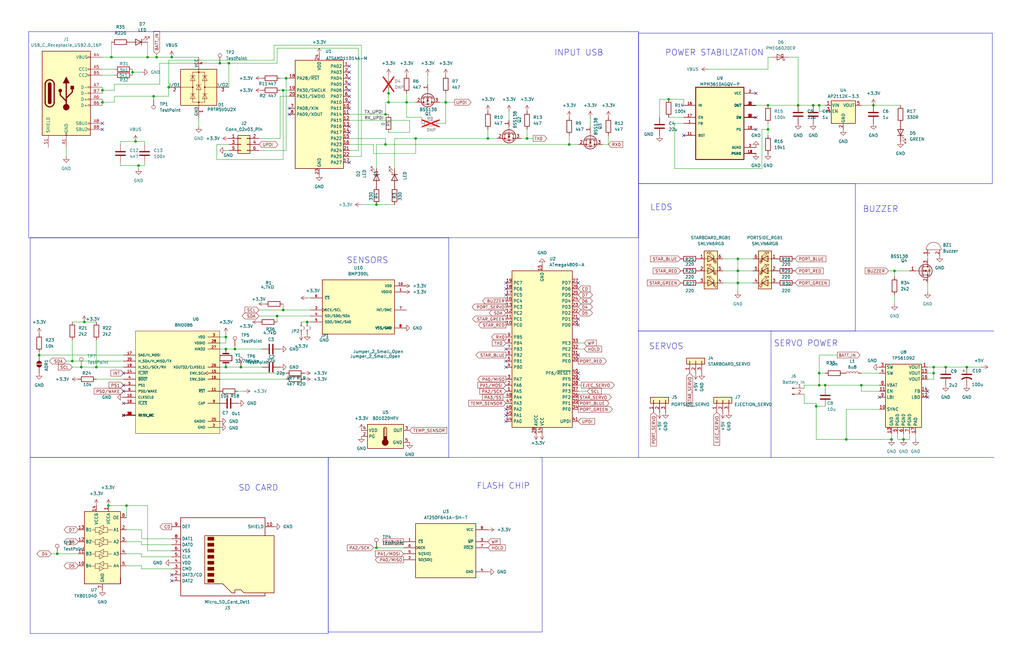
<source format=kicad_sch>
(kicad_sch (version 20250114) (generator "eeschema") (generator_version "9.0")
  (paper "USLedger")
  (rectangle (start 12.065 13.335) (end 269.24 100.33))
  (rectangle (start 12.7 100.33) (end 189.23 193.04))
  (rectangle (start 138.43 193.04) (end 228.6 266.7))
  (rectangle (start 12.7 193.04) (end 138.43 267.335))
  (rectangle (start 269.24 13.97) (end 418.465 77.47))
  (rectangle (start 269.24 77.47) (end 360.68 139.7))
  (text "SD CARD\n" (at 108.966 205.994 0) (effects (font (size 2.54 2.54))))
  (text "INPUT USB" (at 244.094 22.352 0) (effects (font (size 2.54 2.54))))
  (text "BUZZER\n" (at 371.348 88.392 0) (effects (font (size 2.54 2.54))))
  (text "POWER STABILIZATION" (at 301.244 22.352 0) (effects (font (size 2.54 2.54))))
  (text "FLASH CHIP\n" (at 212.2747 205.1733 0) (effects (font (size 2.54 2.54))))
  (text "SENSORS " (at 155.956 109.982 0) (effects (font (size 2.54 2.54))))
  (text "SERVOS\n" (at 280.924 146.304 0) (effects (font (size 2.54 2.54))))
  (text "LEDS\n" (at 278.892 87.63 0) (effects (font (size 2.54 2.54))))
  (text "SERVO POWER\n\n" (at 339.852 147.066 0) (effects (font (size 2.54 2.54))))
  (junction (at 162.56 48.26))
  (junction (at 345.44 157.48))
  (junction (at 71.12 36.83))
  (junction (at 323.85 54.61))
  (junction (at 43.18 43.18))
  (junction (at 46.99 24.13))
  (junction (at 58.42 69.85))
  (junction (at 368.3 44.45))
  (junction (at 101.6 154.94))
  (junction (at 171.45 43.18))
  (junction (at 356.87 185.42))
  (junction (at 240.03 60.96))
  (junction (at 24.13 233.68))
  (junction (at 345.44 162.56))
  (junction (at 162.56 60.96))
  (junction (at 205.74 58.42))
  (junction (at 311.15 114.3))
  (junction (at 222.25 58.42))
  (junction (at 40.64 154.94))
  (junction (at 381 185.42))
  (junction (at 119.38 130.81))
  (junction (at 55.88 30.48))
  (junction (at 344.17 171.45))
  (junction (at 120.65 33.02))
  (junction (at 129.54 135.89))
  (junction (at 163.83 43.18))
  (junction (at 66.04 24.13))
  (junction (at 45.72 213.36))
  (junction (at 92.71 26.67))
  (junction (at 34.29 154.94))
  (junction (at 96.52 26.67))
  (junction (at 336.55 44.45))
  (junction (at 43.18 38.1))
  (junction (at 95.25 147.32))
  (junction (at 311.15 119.38))
  (junction (at 16.51 149.86))
  (junction (at 158.75 231.14))
  (junction (at 53.34 213.36))
  (junction (at 281.94 41.91))
  (junction (at 398.78 154.94))
  (junction (at 95.25 154.94))
  (junction (at 393.7 157.48))
  (junction (at 95.25 142.24))
  (junction (at 35.56 135.89))
  (junction (at 187.96 43.18))
  (junction (at 72.39 24.13))
  (junction (at 30.48 152.4))
  (junction (at 116.84 133.35))
  (junction (at 175.26 58.42))
  (junction (at 99.06 147.32))
  (junction (at 57.15 59.69))
  (junction (at 64.77 40.64))
  (junction (at 342.9 44.45))
  (junction (at 62.23 24.13))
  (junction (at 393.7 154.94))
  (junction (at 377.19 114.3))
  (junction (at 375.92 185.42))
  (junction (at 347.98 162.56))
  (junction (at 345.44 44.45))
  (junction (at 158.75 86.36))
  (junction (at 363.22 162.56))
  (junction (at 323.85 44.45))
  (junction (at 163.83 39.37))
  (junction (at 407.67 154.94))
  (junction (at 119.38 38.1))
  (junction (at 311.15 109.22))
  (no_connect (at 243.84 137.16))
  (no_connect (at 52.07 162.56))
  (no_connect (at 147.32 55.88))
  (no_connect (at 213.36 154.94))
  (no_connect (at 391.16 165.1))
  (no_connect (at 391.16 167.64))
  (no_connect (at 52.07 157.48))
  (no_connect (at 147.32 33.02))
  (no_connect (at 147.32 53.34))
  (no_connect (at 147.32 27.94))
  (no_connect (at 147.32 40.64))
  (no_connect (at 147.32 38.1))
  (no_connect (at 121.92 48.26))
  (no_connect (at 318.77 54.61))
  (no_connect (at 213.36 177.8))
  (no_connect (at 288.29 57.15))
  (no_connect (at 147.32 43.18))
  (no_connect (at 43.18 54.61))
  (no_connect (at 147.32 30.48))
  (no_connect (at 243.84 149.86))
  (no_connect (at 243.84 160.02))
  (no_connect (at 121.92 45.72))
  (no_connect (at 213.36 152.4))
  (no_connect (at 52.07 175.26))
  (no_connect (at 52.07 170.18))
  (no_connect (at 370.84 167.64))
  (no_connect (at 213.36 172.72))
  (no_connect (at 213.36 175.26))
  (no_connect (at 243.84 134.62))
  (no_connect (at 72.39 242.57))
  (no_connect (at 147.32 68.58))
  (no_connect (at 72.39 245.11))
  (no_connect (at 213.36 124.46))
  (no_connect (at 147.32 45.72))
  (no_connect (at 213.36 119.38))
  (no_connect (at 147.32 35.56))
  (no_connect (at 213.36 147.32))
  (no_connect (at 243.84 157.48))
  (no_connect (at 243.84 119.38))
  (no_connect (at 43.18 52.07))
  (no_connect (at 318.77 39.37))
  (no_connect (at 52.07 165.1))
  (no_connect (at 213.36 121.92))
  (no_connect (at 318.77 49.53))
  (wire (pts (xy 311.15 123.19) (xy 311.15 119.38)))
  (wire (pts (xy 53.34 213.36) (xy 62.23 213.36)))
  (wire (pts (xy 162.56 58.42) (xy 162.56 60.96)))
  (wire (pts (xy 386.08 185.42) (xy 386.08 182.88)))
  (wire (pts (xy 83.82 49.53) (xy 83.82 53.34)))
  (wire (pts (xy 398.78 154.94) (xy 407.67 154.94)))
  (wire (pts (xy 99.06 146.05) (xy 99.06 147.32)))
  (wire (pts (xy 50.8 69.85) (xy 58.42 69.85)))
  (wire (pts (xy 92.71 144.78) (xy 95.25 144.78)))
  (wire (pts (xy 72.39 24.13) (xy 83.82 24.13)))
  (wire (pts (xy 71.12 25.4) (xy 115.57 25.4)))
  (wire (pts (xy 345.44 162.56) (xy 347.98 162.56)))
  (wire (pts (xy 57.15 59.69) (xy 60.96 59.69)))
  (wire (pts (xy 120.65 33.02) (xy 118.11 33.02)))
  (wire (pts (xy 147.32 48.26) (xy 162.56 48.26)))
  (wire (pts (xy 118.11 40.64) (xy 121.92 40.64)))
  (wire (pts (xy 377.19 114.3) (xy 383.54 114.3)))
  (wire (pts (xy 311.15 109.22) (xy 317.5 109.22)))
  (wire (pts (xy 284.48 52.07) (xy 284.48 71.12)))
  (wire (pts (xy 43.18 36.83) (xy 43.18 38.1)))
  (wire (pts (xy 256.54 60.96) (xy 254 60.96)))
  (wire (pts (xy 92.71 26.67) (xy 96.52 26.67)))
  (wire (pts (xy 116.84 26.67) (xy 116.84 20.32)))
  (wire (pts (xy 187.96 43.18) (xy 185.42 43.18)))
  (wire (pts (xy 356.87 172.72) (xy 370.84 172.72)))
  (wire (pts (xy 240.03 60.96) (xy 243.84 60.96)))
  (polyline (pts (xy 325.12 193.04) (xy 325.12 139.7)))
  (wire (pts (xy 101.6 154.94) (xy 110.49 154.94)))
  (wire (pts (xy 109.22 63.5) (xy 120.65 63.5)))
  (wire (pts (xy 393.7 160.02) (xy 393.7 157.48)))
  (wire (pts (xy 212.09 167.64) (xy 213.36 167.64)))
  (wire (pts (xy 171.45 123.19) (xy 170.18 123.19)))
  (wire (pts (xy 43.18 43.18) (xy 48.26 43.18)))
  (wire (pts (xy 92.71 147.32) (xy 95.25 147.32)))
  (wire (pts (xy 66.04 24.13) (xy 72.39 24.13)))
  (wire (pts (xy 363.22 44.45) (xy 368.3 44.45)))
  (wire (pts (xy 304.8 114.3) (xy 311.15 114.3)))
  (wire (pts (xy 40.64 160.02) (xy 52.07 160.02)))
  (wire (pts (xy 281.94 49.53) (xy 288.29 49.53)))
  (wire (pts (xy 163.83 43.18) (xy 171.45 43.18)))
  (wire (pts (xy 27.94 66.04) (xy 27.94 62.23)))
  (wire (pts (xy 166.37 58.42) (xy 175.26 58.42)))
  (wire (pts (xy 115.57 19.05) (xy 152.4 19.05)))
  (wire (pts (xy 100.33 165.1) (xy 102.87 165.1)))
  (wire (pts (xy 374.65 114.3) (xy 377.19 114.3)))
  (wire (pts (xy 391.16 107.95) (xy 391.16 109.22)))
  (wire (pts (xy 311.15 114.3) (xy 311.15 109.22)))
  (wire (pts (xy 205.74 58.42) (xy 209.55 58.42)))
  (wire (pts (xy 43.18 38.1) (xy 43.18 39.37)))
  (wire (pts (xy 318.77 44.45) (xy 323.85 44.45)))
  (wire (pts (xy 62.23 213.36) (xy 62.23 232.41)))
  (wire (pts (xy 323.85 24.13) (xy 325.12 24.13)))
  (wire (pts (xy 345.44 157.48) (xy 347.98 157.48)))
  (wire (pts (xy 323.85 44.45) (xy 336.55 44.45)))
  (wire (pts (xy 381 182.88) (xy 381 185.42)))
  (wire (pts (xy 163.83 39.37) (xy 163.83 43.18)))
  (wire (pts (xy 27.94 152.4) (xy 30.48 152.4)))
  (wire (pts (xy 60.96 69.85) (xy 60.96 68.58)))
  (wire (pts (xy 92.71 154.94) (xy 95.25 154.94)))
  (wire (pts (xy 91.44 60.96) (xy 96.52 60.96)))
  (wire (pts (xy 171.45 43.18) (xy 175.26 43.18)))
  (wire (pts (xy 43.18 43.18) (xy 43.18 44.45)))
  (wire (pts (xy 332.74 24.13) (xy 336.55 24.13)))
  (wire (pts (xy 127 135.89) (xy 129.54 135.89)))
  (wire (pts (xy 391.16 157.48) (xy 393.7 157.48)))
  (wire (pts (xy 59.69 228.6) (xy 53.34 228.6)))
  (wire (pts (xy 62.23 24.13) (xy 66.04 24.13)))
  (wire (pts (xy 304.8 119.38) (xy 311.15 119.38)))
  (wire (pts (xy 95.25 144.78) (xy 95.25 142.24)))
  (wire (pts (xy 158.75 86.36) (xy 166.37 86.36)))
  (wire (pts (xy 347.98 162.56) (xy 347.98 163.83)))
  (wire (pts (xy 157.48 64.77) (xy 175.26 64.77)))
  (wire (pts (xy 345.44 149.86) (xy 345.44 157.48)))
  (wire (pts (xy 245.11 162.56) (xy 243.84 162.56)))
  (wire (pts (xy 30.48 143.51) (xy 30.48 152.4)))
  (wire (pts (xy 152.4 86.36) (xy 158.75 86.36)))
  (wire (pts (xy 92.71 160.02) (xy 120.65 160.02)))
  (wire (pts (xy 278.13 41.91) (xy 281.94 41.91)))
  (wire (pts (xy 30.48 152.4) (xy 52.07 152.4)))
  (wire (pts (xy 162.56 60.96) (xy 240.03 60.96)))
  (wire (pts (xy 321.31 54.61) (xy 323.85 54.61)))
  (wire (pts (xy 336.55 44.45) (xy 342.9 44.45)))
  (wire (pts (xy 323.85 29.21) (xy 298.45 29.21)))
  (wire (pts (xy 109.22 58.42) (xy 118.11 58.42)))
  (wire (pts (xy 55.88 29.21) (xy 55.88 30.48)))
  (wire (pts (xy 48.26 38.1) (xy 43.18 38.1)))
  (wire (pts (xy 147.32 60.96) (xy 157.48 60.96)))
  (wire (pts (xy 116.84 133.35) (xy 130.81 133.35)))
  (wire (pts (xy 24.13 233.68) (xy 33.02 233.68)))
  (wire (pts (xy 163.83 36.83) (xy 163.83 39.37)))
  (wire (pts (xy 175.26 64.77) (xy 175.26 58.42)))
  (wire (pts (xy 281.94 41.91) (xy 288.29 41.91)))
  (wire (pts (xy 383.54 185.42) (xy 383.54 182.88)))
  (wire (pts (xy 344.17 171.45) (xy 344.17 170.18)))
  (wire (pts (xy 59.69 238.76) (xy 53.34 238.76)))
  (wire (pts (xy 116.84 20.32) (xy 151.13 20.32)))
  (wire (pts (xy 43.18 31.75) (xy 48.26 31.75)))
  (wire (pts (xy 311.15 114.3) (xy 317.5 114.3)))
  (wire (pts (xy 344.17 185.42) (xy 356.87 185.42)))
  (wire (pts (xy 119.38 130.81) (xy 130.81 130.81)))
  (wire (pts (xy 53.34 213.36) (xy 53.34 218.44)))
  (wire (pts (xy 162.56 48.26) (xy 162.56 43.18)))
  (wire (pts (xy 353.06 149.86) (xy 345.44 149.86)))
  (wire (pts (xy 59.69 234.95) (xy 59.69 233.68)))
  (wire (pts (xy 344.17 171.45) (xy 347.98 171.45)))
  (wire (pts (xy 59.69 233.68) (xy 53.34 233.68)))
  (wire (pts (xy 64.77 41.91) (xy 64.77 40.64)))
  (wire (pts (xy 222.25 58.42) (xy 224.79 58.42)))
  (wire (pts (xy 363.22 162.56) (xy 363.22 165.1)))
  (wire (pts (xy 345.44 46.99) (xy 347.98 46.99)))
  (wire (pts (xy 151.13 20.32) (xy 151.13 63.5)))
  (wire (pts (xy 43.18 41.91) (xy 43.18 43.18)))
  (wire (pts (xy 96.52 26.67) (xy 96.52 36.83)))
  (wire (pts (xy 50.8 60.96) (xy 50.8 59.69)))
  (wire (pts (xy 311.15 109.22) (xy 304.8 109.22)))
  (wire (pts (xy 35.56 135.89) (xy 40.64 135.89)))
  (wire (pts (xy 356.87 185.42) (xy 375.92 185.42)))
  (wire (pts (xy 67.31 26.67) (xy 92.71 26.67)))
  (wire (pts (xy 342.9 44.45) (xy 345.44 44.45)))
  (wire (pts (xy 191.77 43.18) (xy 187.96 43.18)))
  (wire (pts (xy 109.22 130.81) (xy 119.38 130.81)))
  (wire (pts (xy 243.84 144.78) (xy 246.38 144.78)))
  (polyline (pts (xy 269.24 193.04) (xy 269.24 139.7)))
  (wire (pts (xy 248.92 49.53) (xy 248.92 53.34)))
  (wire (pts (xy 172.72 50.8) (xy 172.72 55.88)))
  (wire (pts (xy 321.31 71.12) (xy 321.31 54.61)))
  (wire (pts (xy 58.42 69.85) (xy 60.96 69.85)))
  (wire (pts (xy 62.23 232.41) (xy 72.39 232.41)))
  (wire (pts (xy 407.67 154.94) (xy 414.02 154.94)))
  (wire (pts (xy 40.64 143.51) (xy 40.64 154.94)))
  (wire (pts (xy 171.45 39.37) (xy 171.45 43.18)))
  (wire (pts (xy 347.98 162.56) (xy 363.22 162.56)))
  (wire (pts (xy 185.42 52.07) (xy 187.96 52.07)))
  (wire (pts (xy 95.25 154.94) (xy 101.6 154.94)))
  (wire (pts (xy 52.07 149.86) (xy 16.51 149.86)))
  (wire (pts (xy 55.88 30.48) (xy 59.69 30.48)))
  (wire (pts (xy 363.22 162.56) (xy 370.84 162.56)))
  (wire (pts (xy 278.13 49.53) (xy 278.13 41.91)))
  (wire (pts (xy 115.57 25.4) (xy 115.57 19.05)))
  (wire (pts (xy 118.11 58.42) (xy 118.11 40.64)))
  (wire (pts (xy 240.03 57.15) (xy 240.03 60.96)))
  (wire (pts (xy 109.22 133.35) (xy 116.84 133.35)))
  (wire (pts (xy 166.37 58.42) (xy 166.37 71.12)))
  (wire (pts (xy 171.45 138.43) (xy 170.18 138.43)))
  (wire (pts (xy 171.45 49.53) (xy 177.8 49.53)))
  (wire (pts (xy 162.56 48.26) (xy 163.83 48.26)))
  (wire (pts (xy 50.8 68.58) (xy 50.8 69.85)))
  (wire (pts (xy 43.18 29.21) (xy 48.26 29.21)))
  (wire (pts (xy 158.75 60.96) (xy 158.75 71.12)))
  (wire (pts (xy 152.4 66.04) (xy 147.32 66.04)))
  (wire (pts (xy 247.65 165.1) (xy 243.84 165.1)))
  (wire (pts (xy 393.7 157.48) (xy 393.7 154.94)))
  (wire (pts (xy 91.44 67.31) (xy 91.44 60.96)))
  (wire (pts (xy 323.85 24.13) (xy 323.85 29.21)))
  (wire (pts (xy 67.31 35.56) (xy 67.31 26.67)))
  (wire (pts (xy 175.26 58.42) (xy 205.74 58.42)))
  (wire (pts (xy 59.69 229.87) (xy 72.39 229.87)))
  (wire (pts (xy 222.25 54.61) (xy 222.25 58.42)))
  (wire (pts (xy 118.11 38.1) (xy 119.38 38.1)))
  (wire (pts (xy 356.87 172.72) (xy 356.87 185.42)))
  (wire (pts (xy 71.12 36.83) (xy 71.12 25.4)))
  (wire (pts (xy 378.46 185.42) (xy 381 185.42)))
  (wire (pts (xy 205.74 54.61) (xy 205.74 58.42)))
  (wire (pts (xy 157.48 60.96) (xy 157.48 64.77)))
  (wire (pts (xy 59.69 227.33) (xy 59.69 223.52)))
  (wire (pts (xy 171.45 43.18) (xy 171.45 49.53)))
  (wire (pts (xy 339.09 166.37) (xy 339.09 170.18)))
  (wire (pts (xy 116.84 133.35) (xy 116.84 135.89)))
  (wire (pts (xy 162.56 43.18) (xy 163.83 43.18)))
  (wire (pts (xy 177.8 49.53) (xy 177.8 52.07)))
  (wire (pts (xy 311.15 119.38) (xy 311.15 114.3)))
  (wire (pts (xy 323.85 54.61) (xy 323.85 57.15)))
  (wire (pts (xy 344.17 171.45) (xy 344.17 185.42)))
  (wire (pts (xy 339.09 162.56) (xy 339.09 163.83)))
  (wire (pts (xy 311.15 119.38) (xy 317.5 119.38)))
  (wire (pts (xy 95.25 142.24) (xy 95.25 140.97)))
  (wire (pts (xy 30.48 154.94) (xy 34.29 154.94)))
  (wire (pts (xy 96.52 26.67) (xy 116.84 26.67)))
  (wire (pts (xy 243.84 147.32) (xy 246.38 147.32)))
  (wire (pts (xy 381 185.42) (xy 383.54 185.42)))
  (wire (pts (xy 288.29 52.07) (xy 284.48 52.07)))
  (wire (pts (xy 59.69 223.52) (xy 53.34 223.52)))
  (wire (pts (xy 378.46 182.88) (xy 378.46 185.42)))
  (wire (pts (xy 21.59 233.68) (xy 24.13 233.68)))
  (wire (pts (xy 119.38 67.31) (xy 91.44 67.31)))
  (wire (pts (xy 180.34 31.75) (xy 180.34 35.56)))
  (wire (pts (xy 147.32 58.42) (xy 162.56 58.42)))
  (wire (pts (xy 48.26 35.56) (xy 48.26 38.1)))
  (wire (pts (xy 59.69 229.87) (xy 59.69 228.6)))
  (wire (pts (xy 368.3 44.45) (xy 379.73 44.45)))
  (wire (pts (xy 30.48 135.89) (xy 35.56 135.89)))
  (wire (pts (xy 50.8 59.69) (xy 57.15 59.69)))
  (wire (pts (xy 34.29 154.94) (xy 40.64 154.94)))
  (wire (pts (xy 363.22 165.1) (xy 370.84 165.1)))
  (wire (pts (xy 391.16 160.02) (xy 393.7 160.02)))
  (wire (pts (xy 284.48 71.12) (xy 321.31 71.12)))
  (wire (pts (xy 151.13 63.5) (xy 147.32 63.5)))
  (wire (pts (xy 48.26 35.56) (xy 67.31 35.56)))
  (wire (pts (xy 377.19 114.3) (xy 377.19 116.84)))
  (wire (pts (xy 375.92 185.42) (xy 375.92 182.88)))
  (wire (pts (xy 130.81 135.89) (xy 129.54 135.89)))
  (wire (pts (xy 288.29 41.91) (xy 288.29 44.45)))
  (wire (pts (xy 99.06 147.32) (xy 110.49 147.32)))
  (wire (pts (xy 345.44 157.48) (xy 345.44 162.56)))
  (wire (pts (xy 62.23 17.78) (xy 62.23 24.13)))
  (wire (pts (xy 46.99 24.13) (xy 62.23 24.13)))
  (wire (pts (xy 46.99 17.78) (xy 46.99 24.13)))
  (wire (pts (xy 43.18 24.13) (xy 46.99 24.13)))
  (wire (pts (xy 256.54 57.15) (xy 256.54 60.96)))
  (wire (pts (xy 16.51 149.86) (xy 16.51 148.59)))
  (wire (pts (xy 152.4 19.05) (xy 152.4 66.04)))
  (polyline (pts (xy 227.33 193.04) (xy 419.1 193.04)))
  (wire (pts (xy 214.63 46.99) (xy 214.63 50.8)))
  (wire (pts (xy 96.52 63.5) (xy 95.25 63.5)))
  (wire (pts (xy 95.25 147.32) (xy 99.06 147.32)))
  (wire (pts (xy 336.55 24.13) (xy 336.55 44.45)))
  (wire (pts (xy 187.96 52.07) (xy 187.96 43.18)))
  (wire (pts (xy 66.04 22.86) (xy 66.04 24.13)))
  (wire (pts (xy 92.71 142.24) (xy 95.25 142.24)))
  (wire (pts (xy 187.96 39.37) (xy 187.96 43.18)))
  (wire (pts (xy 121.92 33.02) (xy 120.65 33.02)))
  (wire (pts (xy 59.69 240.03) (xy 59.69 238.76)))
  (wire (pts (xy 45.72 213.36) (xy 53.34 213.36)))
  (wire (pts (xy 323.85 52.07) (xy 323.85 54.61)))
  (wire (pts (xy 119.38 38.1) (xy 119.38 67.31)))
  (wire (pts (xy 48.26 40.64) (xy 48.26 43.18)))
  (wire (pts (xy 120.65 63.5) (xy 120.65 33.02)))
  (wire (pts (xy 345.44 44.45) (xy 345.44 46.99)))
  (wire (pts (xy 64.77 40.64) (xy 71.12 40.64)))
  (wire (pts (xy 391.16 119.38) (xy 391.16 123.19)))
  (wire (pts (xy 130.81 125.73) (xy 129.54 125.73)))
  (wire (pts (xy 222.25 58.42) (xy 219.71 58.42)))
  (wire (pts (xy 71.12 40.64) (xy 71.12 36.83)))
  (wire (pts (xy 158.75 60.96) (xy 162.56 60.96)))
  (wire (pts (xy 40.64 154.94) (xy 52.07 154.94)))
  (wire (pts (xy 119.38 38.1) (xy 121.92 38.1)))
  (wire (pts (xy 119.38 128.27) (xy 119.38 130.81)))
  (wire (pts (xy 55.88 30.48) (xy 55.88 31.75)))
  (wire (pts (xy 363.22 157.48) (xy 370.84 157.48)))
  (wire (pts (xy 158.75 231.14) (xy 170.18 231.14)))
  (wire (pts (xy 339.09 170.18) (xy 344.17 170.18)))
  (wire (pts (xy 393.7 154.94) (xy 398.78 154.94)))
  (wire (pts (xy 147.32 50.8) (xy 172.72 50.8)))
  (wire (pts (xy 377.19 124.46) (xy 377.19 128.27)))
  (wire (pts (xy 60.96 59.69) (xy 60.96 60.96)))
  (wire (pts (xy 48.26 40.64) (xy 64.77 40.64)))
  (wire (pts (xy 171.45 120.65) (xy 170.18 120.65)))
  (wire (pts (xy 58.42 69.85) (xy 58.42 71.12)))
  (wire (pts (xy 391.16 154.94) (xy 393.7 154.94)))
  (wire (pts (xy 172.72 55.88) (xy 163.83 55.88)))
  (polyline (pts (xy 269.24 139.7) (xy 419.1 139.7)))
  (wire (pts (xy 59.69 234.95) (xy 72.39 234.95)))
  (wire (pts (xy 339.09 162.56) (xy 345.44 162.56)))
  (wire (pts (xy 345.44 44.45) (xy 347.98 44.45)))
  (wire (pts (xy 157.48 231.14) (xy 158.75 231.14)))
  (wire (pts (xy 72.39 240.03) (xy 59.69 240.03)))
  (wire (pts (xy 59.69 227.33) (xy 72.39 227.33)))
  (wire (pts (xy 92.71 157.48) (xy 120.65 157.48)))
  (label "RX_UPDI" (at 153.67 50.8 0))
  (label "TX_UPDI" (at 153.67 48.26 0))
  (global_label "EJEC_SERVO" (shape output) (at 245.11 162.56 0) (property "Intersheetrefs" "${INTERSHEET_REFS}" (effects (hide yes))))
  (global_label "SDA" (shape bidirectional) (at 27.94 152.4 180) (property "Intersheetrefs" "${INTERSHEET_REFS}" (effects (hide yes))))
  (global_label "TX0" (shape input) (at 213.36 144.78 180) (property "Intersheetrefs" "${INTERSHEET_REFS}" (effects (hide yes))))
  (global_label "RX0" (shape input) (at 256.54 60.96 0) (property "Intersheetrefs" "${INTERSHEET_REFS}" (effects (hide yes))))
  (global_label "BUZZER" (shape input) (at 374.65 114.3 180) (property "Intersheetrefs" "${INTERSHEET_REFS}" (effects (hide yes))))
  (global_label "STAR_RED" (shape input) (at 287.02 114.3 180) (property "Intersheetrefs" "${INTERSHEET_REFS}" (effects (hide yes))))
  (global_label "TX0" (shape output) (at 224.79 58.42 0) (property "Intersheetrefs" "${INTERSHEET_REFS}" (effects (hide yes))))
  (global_label "BATT_IN" (shape input) (at 66.04 22.86 90) (property "Intersheetrefs" "${INTERSHEET_REFS}" (effects (hide yes))))
  (global_label "STAR_GREEN" (shape output) (at 213.36 134.62 180) (property "Intersheetrefs" "${INTERSHEET_REFS}" (effects (hide yes))))
  (global_label "PORT_BLUE" (shape output) (at 243.84 170.18 0) (property "Intersheetrefs" "${INTERSHEET_REFS}" (effects (hide yes))))
  (global_label "CD" (shape output) (at 72.39 222.25 180) (property "Intersheetrefs" "${INTERSHEET_REFS}" (effects (hide yes))))
  (global_label "UPDI" (shape input) (at 243.84 177.8 0) (property "Intersheetrefs" "${INTERSHEET_REFS}" (effects (hide yes))))
  (global_label "PA0{slash}MISO" (shape output) (at 213.36 160.02 180) (property "Intersheetrefs" "${INTERSHEET_REFS}" (effects (hide yes))))
  (global_label "SCL" (shape input) (at 30.48 154.94 180) (property "Intersheetrefs" "${INTERSHEET_REFS}" (effects (hide yes))))
  (global_label "PORT_SERVO" (shape input) (at 275.59 173.99 270) (property "Intersheetrefs" "${INTERSHEET_REFS}" (effects (hide yes))))
  (global_label "D4" (shape bidirectional) (at 21.59 233.68 180) (property "Intersheetrefs" "${INTERSHEET_REFS}" (effects (hide yes))))
  (global_label "PA2{slash}SCK" (shape input) (at 213.36 165.1 180) (property "Intersheetrefs" "${INTERSHEET_REFS}" (effects (hide yes))))
  (global_label "D6" (shape bidirectional) (at 243.84 127 0) (property "Intersheetrefs" "${INTERSHEET_REFS}" (effects (hide yes))))
  (global_label "D5" (shape bidirectional) (at 33.02 238.76 180) (property "Intersheetrefs" "${INTERSHEET_REFS}" (effects (hide yes))))
  (global_label "CD" (shape input) (at 243.84 121.92 0) (property "Intersheetrefs" "${INTERSHEET_REFS}" (effects (hide yes))))
  (global_label "PORT_RED" (shape output) (at 243.84 152.4 0) (property "Intersheetrefs" "${INTERSHEET_REFS}" (effects (hide yes))))
  (global_label "STAR_BLUE" (shape input) (at 287.02 109.22 180) (property "Intersheetrefs" "${INTERSHEET_REFS}" (effects (hide yes))))
  (global_label "WP" (shape input) (at 246.38 144.78 0) (property "Intersheetrefs" "${INTERSHEET_REFS}" (effects (hide yes))))
  (global_label "RX0" (shape output) (at 213.36 142.24 180) (property "Intersheetrefs" "${INTERSHEET_REFS}" (effects (hide yes))))
  (global_label "BATT_IN" (shape output) (at 353.06 149.86 0) (property "Intersheetrefs" "${INTERSHEET_REFS}" (effects (hide yes))))
  (global_label "INT" (shape input) (at 52.07 157.48 180) (property "Intersheetrefs" "${INTERSHEET_REFS}" (effects (hide yes))))
  (global_label "PA1{slash}MOSI" (shape input) (at 170.18 233.68 180) (property "Intersheetrefs" "${INTERSHEET_REFS}" (effects (hide yes))))
  (global_label "D7" (shape bidirectional) (at 243.84 124.46 0) (property "Intersheetrefs" "${INTERSHEET_REFS}" (effects (hide yes))))
  (global_label "STAR_RED" (shape output) (at 213.36 137.16 180) (property "Intersheetrefs" "${INTERSHEET_REFS}" (effects (hide yes))))
  (global_label "UPDI" (shape bidirectional) (at 109.22 60.96 0) (property "Intersheetrefs" "${INTERSHEET_REFS}" (effects (hide yes))))
  (global_label "PORT_GREEN" (shape input) (at 335.28 119.38 0) (property "Intersheetrefs" "${INTERSHEET_REFS}" (effects (hide yes))))
  (global_label "PA2{slash}SCK" (shape input) (at 157.48 231.14 180) (property "Intersheetrefs" "${INTERSHEET_REFS}" (effects (hide yes))))
  (global_label "PORT_BLUE" (shape input) (at 335.28 109.22 0) (property "Intersheetrefs" "${INTERSHEET_REFS}" (effects (hide yes))))
  (global_label "TEMP_SENSOR" (shape input) (at 172.72 181.61 0) (property "Intersheetrefs" "${INTERSHEET_REFS}" (effects (hide yes))))
  (global_label "STAR_GREEN" (shape input) (at 287.02 119.38 180) (property "Intersheetrefs" "${INTERSHEET_REFS}" (effects (hide yes))))
  (global_label "PA0{slash}MISO" (shape output) (at 170.18 236.22 180) (property "Intersheetrefs" "${INTERSHEET_REFS}" (effects (hide yes))))
  (global_label "SCL" (shape input) (at 247.65 165.1 0) (property "Intersheetrefs" "${INTERSHEET_REFS}" (effects (hide yes))))
  (global_label "D6" (shape bidirectional) (at 33.02 228.6 180) (property "Intersheetrefs" "${INTERSHEET_REFS}" (effects (hide yes))))
  (global_label "D4" (shape bidirectional) (at 243.84 129.54 0) (property "Intersheetrefs" "${INTERSHEET_REFS}" (effects (hide yes))))
  (global_label "BUZZER" (shape output) (at 213.36 127 180) (property "Intersheetrefs" "${INTERSHEET_REFS}" (effects (hide yes))))
  (global_label "STAR_SERVO" (shape input) (at 290.83 157.48 270) (property "Intersheetrefs" "${INTERSHEET_REFS}" (effects (hide yes))))
  (global_label "PA1{slash}MOSI" (shape input) (at 213.36 162.56 180) (property "Intersheetrefs" "${INTERSHEET_REFS}" (effects (hide yes))))
  (global_label "PORT_SERVO" (shape output) (at 213.36 129.54 180) (property "Intersheetrefs" "${INTERSHEET_REFS}" (effects (hide yes))))
  (global_label "EJEC_SERVO" (shape input) (at 302.26 173.99 270) (property "Intersheetrefs" "${INTERSHEET_REFS}" (effects (hide yes))))
  (global_label "WP" (shape input) (at 205.74 228.6 0) (property "Intersheetrefs" "${INTERSHEET_REFS}" (effects (hide yes))))
  (global_label "SDA" (shape bidirectional) (at 213.36 132.08 180) (property "Intersheetrefs" "${INTERSHEET_REFS}" (effects (hide yes))))
  (global_label "D7" (shape bidirectional) (at 33.02 223.52 180) (property "Intersheetrefs" "${INTERSHEET_REFS}" (effects (hide yes))))
  (global_label "PS0{slash}WAKE" (shape input) (at 52.07 165.1 180) (property "Intersheetrefs" "${INTERSHEET_REFS}" (effects (hide yes))))
  (global_label "SDA" (shape bidirectional) (at 109.22 133.35 180) (property "Intersheetrefs" "${INTERSHEET_REFS}" (effects (hide yes))))
  (global_label "SCL" (shape input) (at 109.22 130.81 180) (property "Intersheetrefs" "${INTERSHEET_REFS}" (effects (hide yes))))
  (global_label "TEMP_SENSOR" (shape input) (at 213.36 170.18 180) (property "Intersheetrefs" "${INTERSHEET_REFS}" (effects (hide yes))))
  (global_label "UPDI" (shape output) (at 191.77 43.18 0) (property "Intersheetrefs" "${INTERSHEET_REFS}" (effects (hide yes))))
  (global_label "HOLD" (shape input) (at 246.38 147.32 0) (property "Intersheetrefs" "${INTERSHEET_REFS}" (effects (hide yes))))
  (global_label "D5" (shape bidirectional) (at 243.84 132.08 0) (property "Intersheetrefs" "${INTERSHEET_REFS}" (effects (hide yes))))
  (global_label "PORT_RED" (shape input) (at 335.28 114.3 0) (property "Intersheetrefs" "${INTERSHEET_REFS}" (effects (hide yes))))
  (global_label "PA3{slash}SS" (shape passive) (at 170.18 228.6 180) (property "Intersheetrefs" "${INTERSHEET_REFS}" (effects (hide yes))))
  (global_label "PS1" (shape input) (at 52.07 162.56 180) (property "Intersheetrefs" "${INTERSHEET_REFS}" (effects (hide yes))))
  (global_label "STAR_BLUE" (shape output) (at 213.36 149.86 180) (property "Intersheetrefs" "${INTERSHEET_REFS}" (effects (hide yes))))
  (global_label "PORT_GREEN" (shape output) (at 243.84 172.72 0) (property "Intersheetrefs" "${INTERSHEET_REFS}" (effects (hide yes))))
  (global_label "PA3{slash}SS" (shape passive) (at 212.09 167.64 180) (property "Intersheetrefs" "${INTERSHEET_REFS}" (effects (hide yes))))
  (global_label "STAR_SERVO" (shape output) (at 243.84 167.64 0) (property "Intersheetrefs" "${INTERSHEET_REFS}" (effects (hide yes))))
  (global_label "HOLD" (shape input) (at 205.74 231.14 0) (property "Intersheetrefs" "${INTERSHEET_REFS}" (effects (hide yes))))
  (symbol (lib_id "power:GND") (at 172.72 186.69 0) (unit 1)
    (property "Reference" "#PWR075" (effects (hide yes)))
    (property "Value" "GND" (at 172.72 191.77 0))
    (property "Description" "Power symbol creates a global label with name \"GND\" , ground" (effects (hide yes)))
  )
  (symbol (lib_id "power:GND") (at 152.4 184.15 0) (unit 1)
    (property "Reference" "#PWR024" (effects (hide yes)))
    (property "Value" "GND" (at 152.4 189.23 0))
    (property "Description" "Power symbol creates a global label with name \"GND\" , ground" (effects (hide yes)))
  )
  (symbol (lib_id "Device:R") (at 96.52 165.1 90) (unit 1)
    (property "Reference" "R18" (at 99.06 167.132 90))
    (property "Value" "10k" (at 94.742 167.132 90))
    (property "Footprint" "Resistor_SMD:R_0402_1005Metric" (effects (hide yes)))
    (property "Description" "Resistor" (effects (hide yes)))
  )
  (symbol (lib_id "Device:R") (at 115.57 128.27 90) (unit 1)
    (property "Reference" "R1" (at 113.284 119.38 90))
    (property "Value" "4.7kΩ" (at 112.776 121.158 90))
    (property "Footprint" "Resistor_SMD:R_0402_1005Metric" (effects (hide yes)))
    (property "Description" "Resistor" (effects (hide yes)))
  )
  (symbol (lib_id "Connector:TestPoint") (at 24.13 233.68 0) (unit 1)
    (property "Reference" "TP3" (at 26.67 229.1079 0) (effects (justify left)))
    (property "Value" "TestPoint" (at 26.67 231.6479 0) (effects (justify left)))
    (property "Footprint" "TestPoint:TestPoint_Pad_1.0x1.0mm" (effects (hide yes)))
    (property "Description" "test point" (effects (hide yes)))
  )
  (symbol (lib_id "power:GND") (at 92.71 177.8 90) (unit 1)
    (property "Reference" "#PWR036" (effects (hide yes)))
    (property "Value" "GND" (at 96.52 177.7999 90) (effects (justify right)))
    (property "Description" "Power symbol creates a global label with name \"GND\" , ground" (effects (hide yes)))
  )
  (symbol (lib_id "Connector:TestPoint") (at 34.29 154.94 0) (unit 1)
    (property "Reference" "TP7" (at 36.83 150.3679 0) (effects (justify left)))
    (property "Value" "TestPoint" (at 36.83 152.9079 0) (effects (justify left)))
    (property "Footprint" "TestPoint:TestPoint_Pad_1.0x1.0mm" (effects (hide yes)))
    (property "Description" "test point" (effects (hide yes)))
  )
  (symbol (lib_id "Device:R") (at 290.83 109.22 90) (unit 1)
    (property "Reference" "R25" (at 290.83 109.474 90))
    (property "Value" "220" (at 290.83 111.506 90))
    (property "Footprint" "Resistor_SMD:R_0402_1005Metric" (effects (hide yes)))
    (property "Description" "Resistor" (effects (hide yes)))
  )
  (symbol (lib_id "power:GND") (at 398.78 162.56 0) (unit 1)
    (property "Reference" "#PWR066" (effects (hide yes)))
    (property "Value" "GND" (at 398.78 167.64 0))
    (property "Description" "Power symbol creates a global label with name \"GND\" , ground" (effects (hide yes)))
  )
  (symbol (lib_id "Device:C") (at 336.55 48.26 0) (unit 1)
    (property "Reference" "C5" (at 340.36 46.9899 0) (effects (justify left)))
    (property "Value" "22u" (at 340.36 49.5299 0) (effects (justify left)))
    (property "Footprint" "Capacitor_SMD:C_0201_0603Metric" (effects (hide yes)))
    (property "Description" "Unpolarized capacitor" (effects (hide yes)))
  )
  (symbol (lib_id "power:GND") (at 391.16 123.19 0) (unit 1)
    (property "Reference" "#PWR070" (effects (hide yes)))
    (property "Value" "GND" (at 391.16 128.27 0))
    (property "Description" "Power symbol creates a global label with name \"GND\" , ground" (effects (hide yes)))
  )
  (symbol (lib_id "power:+3.3V") (at 35.56 135.89 0) (unit 1)
    (property "Reference" "#PWR043" (effects (hide yes)))
    (property "Value" "+3.3V" (at 39.116 134.62 0))
    (property "Description" "Power symbol creates a global label with name \"+3.3V\"" (effects (hide yes)))
  )
  (symbol (lib_id "Device:R") (at 205.74 50.8 0) (unit 1)
    (property "Reference" "R10" (at 208.28 49.5299 0) (effects (justify left)))
    (property "Value" "4k7" (at 208.28 52.0699 0) (effects (justify left)))
    (property "Footprint" "Resistor_SMD:R_0402_1005Metric" (effects (hide yes)))
    (property "Description" "Resistor" (effects (hide yes)))
  )
  (symbol (lib_id "power:GND") (at 318.77 62.23 180) (unit 1)
    (property "Reference" "#PWR068" (effects (hide yes)))
    (property "Value" "GND" (at 318.77 57.15 0))
    (property "Description" "Power symbol creates a global label with name \"GND\" , ground" (effects (hide yes)))
  )
  (symbol (lib_id "power:+3.3V") (at 228.6 182.88 180) (unit 1)
    (property "Reference" "#PWR054" (effects (hide yes)))
    (property "Value" "+3.3V" (at 226.822 186.944 0))
    (property "Description" "Power symbol creates a global label with name \"+3.3V\"" (effects (hide yes)))
  )
  (symbol (lib_id "Device:R") (at 331.47 119.38 90) (unit 1)
    (property "Reference" "R30" (at 331.724 119.634 90))
    (property "Value" "220" (at 331.47 122.682 90))
    (property "Footprint" "Resistor_SMD:R_0402_1005Metric" (effects (hide yes)))
    (property "Description" "Resistor" (effects (hide yes)))
  )
  (symbol (lib_id "power:GND") (at 307.34 173.99 0) (unit 1)
    (property "Reference" "#PWR064" (effects (hide yes)))
    (property "Value" "GND" (at 307.3401 177.8 90) (effects (justify right)))
    (property "Description" "Power symbol creates a global label with name \"GND\" , ground" (effects (hide yes)))
  )
  (symbol (lib_id "power:+3.3V") (at 170.18 120.65 270) (unit 1)
    (property "Reference" "#PWR026" (effects (hide yes)))
    (property "Value" "+3.3V" (at 173.99 120.6499 90) (effects (justify left)))
    (property "Description" "Power symbol creates a global label with name \"+3.3V\"" (effects (hide yes)))
  )
  (symbol (lib_id "Logic_LevelTranslator:TXB0104D") (at 43.18 231.14 0) (mirror y) (unit 1)
    (property "Reference" "U7" (at 40.9859 248.92 0) (effects (justify left)))
    (property "Value" "TXB0104D" (at 40.9859 251.46 0) (effects (justify left)))
    (property "Footprint" "Package_SO:SOIC-14_3.9x8.7mm_P1.27mm" (effects (hide yes)))
    (property "Datasheet" "http://www.ti.com/lit/ds/symlink/txb0104.pdf" (effects (hide yes)))
    (property "Description" "4-Bit Bidirectional Voltage-Level Translator, Auto Direction Sensing and ±15-kV ESD Protection, 1.2 - 3.6V APort, 1.65 - 5.5V BPort, SOIC-14" (effects (hide yes)))
  )
  (symbol (lib_id "Device:R") (at 114.3 33.02 90) (unit 1)
    (property "Reference" "R11" (at 110.998 35.306 90))
    (property "Value" "4k7" (at 114.808 35.306 90))
    (property "Footprint" "Resistor_SMD:R_0402_1005Metric" (effects (hide yes)))
    (property "Description" "Resistor" (effects (hide yes)))
  )
  (symbol (lib_id "power:GND") (at 100.33 170.18 90) (unit 1)
    (property "Reference" "#PWR039" (effects (hide yes)))
    (property "Value" "GND" (at 104.14 170.1799 90) (effects (justify right)))
    (property "Description" "Power symbol creates a global label with name \"GND\" , ground" (effects (hide yes)))
  )
  (symbol (lib_id "power:+3.3V") (at 110.49 33.02 90) (unit 1)
    (property "Reference" "#PWR07" (effects (hide yes)))
    (property "Value" "+3.3V" (at 106.68 33.0199 90) (effects (justify left)))
    (property "Description" "Power symbol creates a global label with name \"+3.3V\"" (effects (hide yes)))
  )
  (symbol (lib_id "Device:C") (at 347.98 167.64 0) (unit 1)
    (property "Reference" "C8" (at 348.742 170.18 0) (effects (justify left)))
    (property "Value" "10u" (at 348.742 172.72 0) (effects (justify left)))
    (property "Footprint" "Capacitor_SMD:C_0201_0603Metric" (effects (hide yes)))
    (property "Description" "Unpolarized capacitor" (effects (hide yes)))
  )
  (symbol (lib_id "Device:C") (at 114.3 154.94 90) (unit 1)
    (property "Reference" "C2" (at 114.554 150.622 90))
    (property "Value" "22p" (at 118.364 157.48 90))
    (property "Footprint" "Capacitor_SMD:C_0201_0603Metric" (effects (hide yes)))
    (property "Description" "Unpolarized capacitor" (effects (hide yes)))
  )
  (symbol (lib_id "power:GND") (at 27.94 66.04 0) (unit 1)
    (property "Reference" "#PWR027" (effects (hide yes)))
    (property "Value" "GND" (at 27.94 71.12 0))
    (property "Description" "Power symbol creates a global label with name \"GND\" , ground" (effects (hide yes)))
  )
  (symbol (lib_id "Device:R") (at 40.64 139.7 0) (unit 1)
    (property "Reference" "R22" (at 43.18 138.4299 0) (effects (justify left)))
    (property "Value" "2k2" (at 43.18 140.9699 0) (effects (justify left)))
    (property "Footprint" "Resistor_SMD:R_0402_1005Metric" (effects (hide yes)))
    (property "Description" "Resistor" (effects (hide yes)))
  )
  (symbol (lib_id "Connector:TestPoint") (at 101.6 154.94 0) (unit 1)
    (property "Reference" "TP6" (at 104.14 150.3679 0) (effects (justify left)))
    (property "Value" "TestPoint" (at 104.14 152.9079 0) (effects (justify left)))
    (property "Footprint" "TestPoint:TestPoint_Pad_1.0x1.0mm" (effects (hide yes)))
    (property "Description" "test point" (effects (hide yes)))
  )
  (symbol (lib_id "Device:R") (at 281.94 45.72 0) (unit 1)
    (property "Reference" "R14" (at 284.48 44.4499 0) (effects (justify left)))
    (property "Value" "100k" (at 284.48 46.9899 0) (effects (justify left)))
    (property "Footprint" "Resistor_SMD:R_0402_1005Metric" (effects (hide yes)))
    (property "Description" "Resistor" (effects (hide yes)))
  )
  (symbol (lib_id "Device:Buzzer") (at 393.7 105.41 90) (unit 1)
    (property "Reference" "BZ1" (at 397.51 103.3848 90) (effects (justify right)))
    (property "Value" "Buzzer" (at 397.51 105.9248 90) (effects (justify right)))
    (property "Footprint" "Buzzer_Beeper:MagneticBuzzer_Kingstate_KCG0601" (effects (hide yes)))
    (property "Description" "Buzzer, polarized" (effects (hide yes)))
  )
  (symbol (lib_id "Device:R") (at 124.46 160.02 90) (unit 1)
    (property "Reference" "R20" (at 127 162.052 90))
    (property "Value" "4k7" (at 122.682 162.052 90))
    (property "Footprint" "Resistor_SMD:R_0402_1005Metric" (effects (hide yes)))
    (property "Description" "Resistor" (effects (hide yes)))
  )
  (symbol (lib_id "Device:C") (at 96.52 170.18 90) (unit 1)
    (property "Reference" "C7" (at 94.996 174.244 90))
    (property "Value" "0u1" (at 99.568 174.498 90))
    (property "Footprint" "Capacitor_SMD:C_0201_0603Metric" (effects (hide yes)))
    (property "Description" "Unpolarized capacitor" (effects (hide yes)))
  )
  (symbol (lib_id "Device:R") (at 124.46 157.48 90) (unit 1)
    (property "Reference" "R19" (at 127 159.512 90))
    (property "Value" "4k7" (at 122.682 159.512 90))
    (property "Footprint" "Resistor_SMD:R_0402_1005Metric" (effects (hide yes)))
    (property "Description" "Resistor" (effects (hide yes)))
  )
  (symbol (lib_id "LED:SMLVN6RGB") (at 299.72 114.3 0) (unit 1)
    (property "Reference" "STARBOARD_RGB1" (at 299.72 100.33 0))
    (property "Value" "SMLVN6RGB" (at 299.72 102.87 0))
    (property "Footprint" "LED_SMD:LED_ROHM_SMLVN6" (effects (hide yes)))
    (property "Datasheet" "https://www.rohm.com/datasheet/SMLVN6RGB1U" (effects (hide yes)))
    (property "Description" "High Brightness Tri-Color LED, RGB, 3.5x2.8mm" (effects (hide yes)))
  )
  (symbol (lib_id "Connector:TestPoint") (at 158.75 231.14 0) (unit 1)
    (property "Reference" "TP4" (at 161.29 226.5679 0) (effects (justify left)))
    (property "Value" "TestPoint" (at 161.29 229.1079 0) (effects (justify left)))
    (property "Footprint" "TestPoint:TestPoint_Pad_1.0x1.0mm" (effects (hide yes)))
    (property "Description" "test point" (effects (hide yes)))
  )
  (symbol (lib_id "Device:R") (at 377.19 120.65 0) (unit 1)
    (property "Reference" "R34" (at 379.73 119.3799 0) (effects (justify left)))
    (property "Value" "2k2" (at 379.73 121.9199 0) (effects (justify left)))
    (property "Footprint" "Resistor_SMD:R_0402_1005Metric" (effects (hide yes)))
    (property "Description" "Resistor" (effects (hide yes)))
  )
  (symbol (lib_id "Device:R") (at 256.54 53.34 0) (unit 1)
    (property "Reference" "R12" (at 259.08 52.0699 0) (effects (justify left)))
    (property "Value" "4k7" (at 259.08 54.6099 0) (effects (justify left)))
    (property "Footprint" "Resistor_SMD:R_0402_1005Metric" (effects (hide yes)))
    (property "Description" "Resistor" (effects (hide yes)))
  )
  (symbol (lib_id "power:+3.3V") (at 163.83 31.75 0) (unit 1)
    (property "Reference" "#PWR015" (effects (hide yes)))
    (property "Value" "+3.3V" (at 163.83 26.67 0))
    (property "Description" "Power symbol creates a global label with name \"+3.3V\"" (effects (hide yes)))
  )
  (symbol (lib_id "Device:C_Polarized_US") (at 407.67 158.75 0) (unit 1)
    (property "Reference" "C10" (at 409.956 156.464 0) (effects (justify left)))
    (property "Value" "100u" (at 409.702 162.306 0) (effects (justify left)))
    (property "Footprint" "Capacitor_SMD:CP_Elec_6.3x5.4" (effects (hide yes)))
    (property "Description" "Polarized capacitor, US symbol" (effects (hide yes)))
  )
  (symbol (lib_id "power:GND") (at 355.6 54.61 0) (unit 1)
    (property "Reference" "#PWR030" (effects (hide yes)))
    (property "Value" "GND" (at 355.6 59.69 0))
    (property "Description" "Power symbol creates a global label with name \"GND\" , ground" (effects (hide yes)))
  )
  (symbol (lib_id "Device:Crystal") (at 95.25 151.13 90) (unit 1)
    (property "Reference" "Y1" (at 99.06 149.8599 90) (effects (justify right)))
    (property "Value" "32.768kHz" (at 99.06 152.3999 90) (effects (justify right)))
    (property "Footprint" "Crystal:Crystal_C26-LF_D2.1mm_L6.5mm_Vertical" (effects (hide yes)))
    (property "Description" "Two pin crystal" (effects (hide yes)))
  )
  (symbol (lib_id "power:+3.3V") (at 129.54 125.73 90) (unit 1)
    (property "Reference" "#PWR082" (effects (hide yes)))
    (property "Value" "+3.3V" (at 134.874 122.682 90) (effects (justify left)))
    (property "Description" "Power symbol creates a global label with name \"+3.3V\"" (effects (hide yes)))
  )
  (symbol (lib_id "power:GND") (at 83.82 53.34 0) (unit 1)
    (property "Reference" "#PWR03" (effects (hide yes)))
    (property "Value" "GND" (at 83.82 58.42 0))
    (property "Description" "Power symbol creates a global label with name \"GND\" , ground" (effects (hide yes)))
  )
  (symbol (lib_id "power:+3.3V") (at 102.87 165.1 270) (unit 1)
    (property "Reference" "#PWR040" (effects (hide yes)))
    (property "Value" "+3.3V" (at 106.68 165.0999 90) (effects (justify left)))
    (property "Description" "Power symbol creates a global label with name \"+3.3V\"" (effects (hide yes)))
  )
  (symbol (lib_id "power:+3.3V") (at 127 140.97 180) (unit 1)
    (property "Reference" "#PWR086" (effects (hide yes)))
    (property "Value" "+3.3V" (at 127 146.05 0))
    (property "Description" "Power symbol creates a global label with name \"+3.3V\"" (effects (hide yes)))
  )
  (symbol (lib_id "Device:R") (at 187.96 35.56 0) (unit 1)
    (property "Reference" "R7" (at 190.5 34.2899 0) (effects (justify left)))
    (property "Value" "4k7" (at 190.5 36.8299 0) (effects (justify left)))
    (property "Footprint" "Resistor_SMD:R_0402_1005Metric" (effects (hide yes)))
    (property "Description" "Resistor" (effects (hide yes)))
  )
  (symbol (lib_id "Jumper:Jumper_2_Small_Open") (at 127 138.43 270) (unit 1) (exclude_from_sim yes)
    (property "Reference" "JP2" (at 122.682 139.7 90) (effects (justify left)))
    (property "Value" "Jumper_2_Small_Open" (at 147.574 150.368 90) (effects (justify left)))
    (property "Footprint" "Jumper:SolderJumper-2_P1.3mm_Open_Pad1.0x1.5mm" (effects (hide yes)))
    (property "Description" "Jumper, 2-pole, small symbol, open" (effects (hide yes)))
  )
  (symbol (lib_id "power:GND") (at 16.51 157.48 0) (unit 1)
    (property "Reference" "#PWR045" (effects (hide yes)))
    (property "Value" "GND" (at 16.51 162.56 0))
    (property "Description" "Power symbol creates a global label with name \"GND\" , ground" (effects (hide yes)))
  )
  (symbol (lib_id "power:GND") (at 118.11 147.32 90) (unit 1)
    (property "Reference" "#PWR038" (effects (hide yes)))
    (property "Value" "GND" (at 121.92 147.3199 90) (effects (justify right)))
    (property "Description" "Power symbol creates a global label with name \"GND\" , ground" (effects (hide yes)))
  )
  (symbol (lib_id "Device:LED") (at 58.42 17.78 180) (unit 1)
    (property "Reference" "D7" (at 60.0075 10.16 0))
    (property "Value" "LED" (at 60.0075 12.7 0))
    (property "Footprint" "LED_SMD:LED_0201_0603Metric" (effects (hide yes)))
    (property "Description" "Light emitting diode" (effects (hide yes)))
  )
  (symbol (lib_id "Device:R") (at 181.61 52.07 90) (unit 1) (dnp yes)
    (property "Reference" "R8" (at 181.356 50.038 90))
    (property "Value" "DNP" (at 181.864 54.864 90))
    (property "Footprint" "Resistor_SMD:R_0402_1005Metric" (effects (hide yes)))
    (property "Description" "Resistor" (effects (hide yes)))
  )
  (symbol (lib_id "Connector_Generic:Conn_01x03") (at 293.37 152.4 90) (unit 1)
    (property "Reference" "J4" (at 298.45 151.1299 90) (effects (justify right)))
    (property "Value" "STARBOARD_SERVO" (at 298.45 153.6699 90) (effects (justify right)))
    (property "Footprint" "Connector_PinHeader_2.54mm:PinHeader_1x03_P2.54mm_Vertical" (effects (hide yes)))
    (property "Description" "Generic connector, single row, 01x03, script generated (kicad-library-utils/schlib/autogen/connector/)" (effects (hide yes)))
  )
  (symbol (lib_id "power:+5V") (at 293.37 157.48 180) (unit 1)
    (property "Reference" "#PWR059" (effects (hide yes)))
    (property "Value" "+5V" (at 293.3701 161.29 90) (effects (justify left)))
    (property "Description" "Power symbol creates a global label with name \"+5V\"" (effects (hide yes)))
  )
  (symbol (lib_id "Device:R") (at 379.73 48.26 0) (unit 1)
    (property "Reference" "R17" (at 382.27 46.9899 0) (effects (justify left)))
    (property "Value" "330R" (at 382.27 49.5299 0) (effects (justify left)))
    (property "Footprint" "Resistor_SMD:R_0402_1005Metric" (effects (hide yes)))
    (property "Description" "Resistor" (effects (hide yes)))
  )
  (symbol (lib_id "power:+3.3V") (at 170.18 123.19 270) (unit 1)
    (property "Reference" "#PWR078" (effects (hide yes)))
    (property "Value" "+3.3V" (at 173.99 123.1899 90) (effects (justify left)))
    (property "Description" "Power symbol creates a global label with name \"+3.3V\"" (effects (hide yes)))
  )
  (symbol (lib_id "power:VBUS") (at 57.15 59.69 0) (unit 1)
    (property "Reference" "#PWR071" (effects (hide yes)))
    (property "Value" "VBUS" (at 57.15 54.61 0))
    (property "Description" "Power symbol creates a global label with name \"VBUS\"" (effects (hide yes)))
  )
  (symbol (lib_id "power:GND") (at 58.42 71.12 0) (unit 1)
    (property "Reference" "#PWR080" (effects (hide yes)))
    (property "Value" "GND" (at 58.42 76.2 0))
    (property "Description" "Power symbol creates a global label with name \"GND\" , ground" (effects (hide yes)))
  )
  (symbol (lib_id "power:GND") (at 407.67 162.56 0) (unit 1)
    (property "Reference" "#PWR067" (effects (hide yes)))
    (property "Value" "GND" (at 407.67 167.64 0))
    (property "Description" "Power symbol creates a global label with name \"GND\" , ground" (effects (hide yes)))
  )
  (symbol (lib_id "Device:LED") (at 166.37 74.93 270) (unit 1)
    (property "Reference" "D3" (at 158.75 73.3425 0))
    (property "Value" "LED" (at 170.688 74.168 0))
    (property "Footprint" "LED_SMD:LED_0201_0603Metric" (effects (hide yes)))
    (property "Description" "Light emitting diode" (effects (hide yes)))
  )
  (symbol (lib_id "Device:C") (at 368.3 48.26 0) (unit 1)
    (property "Reference" "C6" (at 372.11 46.9899 0) (effects (justify left)))
    (property "Value" "1u" (at 372.11 49.5299 0) (effects (justify left)))
    (property "Footprint" "Capacitor_SMD:C_0201_0603Metric" (effects (hide yes)))
    (property "Description" "Unpolarized capacitor" (effects (hide yes)))
  )
  (symbol (lib_id "BNO086:BNO086") (at 82.55 160.02 0) (unit 1)
    (property "Reference" "U6" (at 82.55 134.62 0))
    (property "Value" "BNO086" (at 77.47 137.16 0))
    (property "Footprint" "Package_LGA:LGA-28_5.2x3.8mm_P0.5mm" (effects (hide yes)))
    (property "MF" "CEVA Technologies, Inc." (effects (hide yes)))
    (property "MAXIMUM_PACKAGE_HEIGHT" "1.18mm" (effects (hide yes)))
    (property "Package" "TFLGA-28 CEVA Technologies, Inc." (effects (hide yes)))
    (property "Price" "None" (effects (hide yes)))
    (property "Check_prices" "https://www.snapeda.com/parts/BNO086/CEVA+Technologies%252C+Inc./view-part/?ref=eda" (effects (hide yes)))
    (property "STANDARD" "Manufacturer Recommendations" (effects (hide yes)))
    (property "PARTREV" "v1.17" (effects (hide yes)))
    (property "SnapEDA_Link" "https://www.snapeda.com/parts/BNO086/CEVA+Technologies%252C+Inc./view-part/?ref=snap" (effects (hide yes)))
    (property "MP" "BNO086" (effects (hide yes)))
    (property "Description_1" "\nAccelerometer, Gyroscope, Magnetometer, Temperature, 9 Axis Sensor I2C, SPI Output\n" (effects (hide yes)))
    (property "Availability" "In Stock" (effects (hide yes)))
    (property "MANUFACTURER" "Hillcrest Laboratories, Inc." (effects (hide yes)))
  )
  (symbol (lib_id "BMP390L:BMP390L") (at 151.13 130.81 0) (unit 1)
    (property "Reference" "U10" (at 151.13 113.03 0))
    (property "Value" "BMP390L" (at 151.13 115.57 0))
    (property "Footprint" "BMP390L:XDCR_BMP390L" (effects (hide yes)))
    (property "MF" "Bosch Sensortec" (effects (hide yes)))
    (property "MAXIMUM_PACKAGE_HEIGHT" "0.8 mm" (effects (hide yes)))
    (property "Package" "None" (effects (hide yes)))
    (property "Price" "None" (effects (hide yes)))
    (property "Check_prices" "https://www.snapeda.com/parts/BMP390L/Bosch/view-part/?ref=eda" (effects (hide yes)))
    (property "STANDARD" "Manufacturer Recommendation" (effects (hide yes)))
    (property "PARTREV" "1.7" (effects (hide yes)))
    (property "SnapEDA_Link" "https://www.snapeda.com/parts/BMP390L/Bosch/view-part/?ref=snap" (effects (hide yes)))
    (property "MP" "BMP390L" (effects (hide yes)))
    (property "Description_1" "\n                        \n                            Pressure Sensor Development Tools Evaluation Shuttle Board for the BMP390L\n                        \n" (effects (hide yes)))
    (property "MANUFACTURER" "BOSCH" (effects (hide yes)))
    (property "Availability" "In Stock" (effects (hide yes)))
    (property "SNAPEDA_PN" "BMP390L" (effects (hide yes)))
  )
  (symbol (lib_id "power:GND") (at 72.39 237.49 270) (unit 1)
    (property "Reference" "#PWR051" (effects (hide yes)))
    (property "Value" "GND" (at 68.58 237.4899 90) (effects (justify right)))
    (property "Description" "Power symbol creates a global label with name \"GND\" , ground" (effects (hide yes)))
  )
  (symbol (lib_id "power:GND") (at 342.9 52.07 0) (unit 1)
    (property "Reference" "#PWR073" (effects (hide yes)))
    (property "Value" "GND" (at 342.9 57.15 0))
    (property "Description" "Power symbol creates a global label with name \"GND\" , ground" (effects (hide yes)))
  )
  (symbol (lib_id "power:GND") (at 318.77 64.77 0) (unit 1)
    (property "Reference" "#PWR074" (effects (hide yes)))
    (property "Value" "GND" (at 318.77 69.85 0))
    (property "Description" "Power symbol creates a global label with name \"GND\" , ground" (effects (hide yes)))
  )
  (symbol (lib_id "Device:D_Zener") (at 163.83 35.56 270) (unit 1) (dnp yes)
    (property "Reference" "D4" (at 166.37 34.2899 90) (effects (justify left)))
    (property "Value" "DNP" (at 166.37 36.8299 90) (effects (justify left)))
    (property "Description" "Zener diode" (effects (hide yes)))
  )
  (symbol (lib_id "Sensor_Temperature:BD1020HFV") (at 162.56 184.15 0) (unit 1)
    (property "Reference" "U5" (at 162.56 173.99 0))
    (property "Value" "BD1020HFV" (at 162.56 176.53 0))
    (property "Footprint" "Package_TO_SOT_SMD:HVSOF5" (effects (hide yes)))
    (property "Datasheet" "http://rohmfs.rohm.com/en/products/databook/datasheet/ic/sensor/temperature/bd1020hfv-e.pdf" (effects (hide yes)))
    (property "Description" "Analog Output Temperature Sensor" (effects (hide yes)))
  )
  (symbol (lib_id "power:GND") (at 115.57 222.25 90) (unit 1)
    (property "Reference" "#PWR050" (effects (hide yes)))
    (property "Value" "GND" (at 119.38 222.2499 90) (effects (justify right)))
    (property "Description" "Power symbol creates a global label with name \"GND\" , ground" (effects (hide yes)))
  )
  (symbol (lib_id "power:+3.3V") (at 110.49 38.1 90) (unit 1)
    (property "Reference" "#PWR08" (effects (hide yes)))
    (property "Value" "+3.3V" (at 106.68 38.0999 90) (effects (justify left)))
    (property "Description" "Power symbol creates a global label with name \"+3.3V\"" (effects (hide yes)))
  )
  (symbol (lib_id "power:GND") (at 379.73 59.69 0) (unit 1)
    (property "Reference" "#PWR033" (effects (hide yes)))
    (property "Value" "GND" (at 379.73 64.77 0))
    (property "Description" "Power symbol creates a global label with name \"GND\" , ground" (effects (hide yes)))
  )
  (symbol (lib_id "power:+3.3V") (at 95.25 140.97 0) (unit 1)
    (property "Reference" "#PWR04" (effects (hide yes)))
    (property "Value" "+3.3V" (at 95.25 135.89 0))
    (property "Description" "Power symbol creates a global label with name \"+3.3V\"" (effects (hide yes)))
  )
  (symbol (lib_id "power:GND") (at 228.6 111.76 180) (unit 1)
    (property "Reference" "#PWR035" (effects (hide yes)))
    (property "Value" "GND" (at 228.6 106.68 0))
    (property "Description" "Power symbol creates a global label with name \"GND\" , ground" (effects (hide yes)))
  )
  (symbol (lib_id "power:+3.3V") (at 180.34 31.75 0) (unit 1)
    (property "Reference" "#PWR013" (effects (hide yes)))
    (property "Value" "+3.3V" (at 180.34 26.67 0))
    (property "Description" "Power symbol creates a global label with name \"+3.3V\"" (effects (hide yes)))
  )
  (symbol (lib_id "power:GND") (at 375.92 185.42 0) (unit 1)
    (property "Reference" "#PWR062" (effects (hide yes)))
    (property "Value" "GND" (at 375.92 190.5 0))
    (property "Description" "Power symbol creates a global label with name \"GND\" , ground" (effects (hide yes)))
  )
  (symbol (lib_id "power:GND") (at 95.25 63.5 270) (unit 1)
    (property "Reference" "#PWR09" (effects (hide yes)))
    (property "Value" "GND" (at 98.298 65.532 90) (effects (justify right)))
    (property "Description" "Power symbol creates a global label with name \"GND\" , ground" (effects (hide yes)))
  )
  (symbol (lib_id "power:+3.3V") (at 205.74 223.52 270) (unit 1)
    (property "Reference" "#PWR052" (effects (hide yes)))
    (property "Value" "+3.3V" (at 209.55 223.5199 90) (effects (justify left)))
    (property "Description" "Power symbol creates a global label with name \"+3.3V\"" (effects (hide yes)))
  )
  (symbol (lib_id "Connector:TestPoint") (at 64.77 41.91 180) (unit 1)
    (property "Reference" "TP1" (at 67.31 43.9419 0) (effects (justify right)))
    (property "Value" "TestPoint" (at 67.31 46.4819 0) (effects (justify right)))
    (property "Footprint" "TestPoint:TestPoint_Pad_1.0x1.0mm" (effects (hide yes)))
    (property "Description" "test point" (effects (hide yes)))
  )
  (symbol (lib_id "MCU_Microchip_SAMD:ATSAMD11D14A-M") (at 134.62 48.26 0) (unit 1)
    (property "Reference" "U1" (at 137.16 21.59 0) (effects (justify left)))
    (property "Value" "ATSAMD11D14A-M" (at 137.414 24.638 0) (effects (justify left)))
    (property "Footprint" "Package_DFN_QFN:QFN-24-1EP_4x4mm_P0.5mm_EP2.6x2.6mm" (effects (hide yes)))
    (property "Datasheet" "http://ww1.microchip.com/downloads/en/DeviceDoc/Atmel-42363-SAM-D11_Datasheet.pdf" (effects (hide yes)))
    (property "Description" "ARM Cortex-M0+ MCU, 48MHz, 16KB Flash, 4KB RAM, 1.6-3.6V, 22 GPIO, QFN-24" (effects (hide yes)))
  )
  (symbol (lib_id "power:+3.3V") (at 222.25 46.99 0) (unit 1)
    (property "Reference" "#PWR020" (effects (hide yes)))
    (property "Value" "+3.3V" (at 222.25 41.91 0))
    (property "Description" "Power symbol creates a global label with name \"+3.3V\"" (effects (hide yes)))
  )
  (symbol (lib_id "power:+3.3V") (at 33.02 160.02 90) (unit 1)
    (property "Reference" "#PWR046" (effects (hide yes)))
    (property "Value" "+3.3V" (at 29.21 160.0199 90) (effects (justify left)))
    (property "Description" "Power symbol creates a global label with name \"+3.3V\"" (effects (hide yes)))
  )
  (symbol (lib_id "Regulator_Switching:TPS61092") (at 381 167.64 0) (unit 1)
    (property "Reference" "U8" (at 381 148.59 0))
    (property "Value" "TPS61092" (at 381 151.13 0))
    (property "Footprint" "Package_DFN_QFN:DFN-10-1EP_3x3mm_P0.5mm_EP1.65x2.38mm_ThermalVias" (effects (hide yes)))
    (property "Datasheet" "http://www.ti.com/lit/ds/symlink/tps61090.pdf" (effects (hide yes)))
    (property "Description" "2A Step-Up DC-DC Converter for Batteries, Isw up to 2500mA, 5V Output Voltage, QFN-16" (effects (hide yes)))
  )
  (symbol (lib_id "Regulator_Linear:AP2112K-3.3") (at 355.6 46.99 0) (unit 1)
    (property "Reference" "U4" (at 355.6 38.1 0))
    (property "Value" "AP2112K-3.3" (at 355.6 40.64 0))
    (property "Footprint" "Package_TO_SOT_SMD:SOT-23-5" (effects (hide yes)))
    (property "Datasheet" "https://www.diodes.com/assets/Datasheets/AP2112.pdf" (effects (hide yes)))
    (property "Description" "600mA low dropout linear regulator, with enable pin, 3.8V-6V input voltage range, 3.3V fixed positive output, SOT-23-5" (effects (hide yes)))
  )
  (symbol (lib_id "power:+3.3V") (at 205.74 46.99 0) (unit 1)
    (property "Reference" "#PWR018" (effects (hide yes)))
    (property "Value" "+3.3V" (at 205.74 41.91 0))
    (property "Description" "Power symbol creates a global label with name \"+3.3V\"" (effects (hide yes)))
  )
  (symbol (lib_id "power:+3.3V") (at 171.45 31.75 0) (unit 1)
    (property "Reference" "#PWR014" (effects (hide yes)))
    (property "Value" "+3.3V" (at 171.45 26.67 0))
    (property "Description" "Power symbol creates a global label with name \"+3.3V\"" (effects (hide yes)))
  )
  (symbol (lib_id "power:GND") (at 370.84 154.94 270) (unit 1)
    (property "Reference" "#PWR063" (effects (hide yes)))
    (property "Value" "GND" (at 369.824 152.146 90) (effects (justify right)))
    (property "Description" "Power symbol creates a global label with name \"GND\" , ground" (effects (hide yes)))
  )
  (symbol (lib_id "power:GND") (at 134.62 73.66 0) (unit 1)
    (property "Reference" "#PWR011" (effects (hide yes)))
    (property "Value" "GND" (at 134.62 78.74 0))
    (property "Description" "Power symbol creates a global label with name \"GND\" , ground" (effects (hide yes)))
  )
  (symbol (lib_id "Connector:Conn_01x02_Pin") (at 334.01 163.83 0) (unit 1)
    (property "Reference" "J6" (at 334.645 158.75 0))
    (property "Value" "Battery In" (at 334.645 161.29 0))
    (property "Footprint" "Connector_JST:JST_PH_B2B-PH-K_1x02_P2.00mm_Vertical" (effects (hide yes)))
    (property "Description" "Generic connector, single row, 01x02, script generated" (effects (hide yes)))
  )
  (symbol (lib_id "Device:R") (at 36.83 160.02 90) (unit 1)
    (property "Reference" "R24" (at 36.576 157.48 90))
    (property "Value" "10k" (at 36.83 162.306 90))
    (property "Footprint" "Resistor_SMD:R_0402_1005Metric" (effects (hide yes)))
    (property "Description" "Resistor" (effects (hide yes)))
  )
  (symbol (lib_id "Device:C") (at 60.96 64.77 0) (unit 1)
    (property "Reference" "C13" (at 64.77 63.4999 0) (effects (justify left)))
    (property "Value" "100n" (at 64.77 66.0399 0) (effects (justify left)))
    (property "Footprint" "Capacitor_SMD:C_0201_0603Metric" (effects (hide yes)))
    (property "Description" "Unpolarized capacitor" (effects (hide yes)))
  )
  (symbol (lib_id "power:+3.3V") (at 248.92 49.53 0) (unit 1)
    (property "Reference" "#PWR021" (effects (hide yes)))
    (property "Value" "+3.3V" (at 248.92 44.45 0))
    (property "Description" "Power symbol creates a global label with name \"+3.3V\"" (effects (hide yes)))
  )
  (symbol (lib_id "Connector_Generic:Conn_01x03") (at 278.13 168.91 90) (unit 1)
    (property "Reference" "J5" (at 283.21 167.6399 90) (effects (justify right)))
    (property "Value" "PORTSIDE_SERVO" (at 282.956 170.688 90) (effects (justify right)))
    (property "Footprint" "Connector_PinHeader_2.54mm:PinHeader_1x03_P2.54mm_Vertical" (effects (hide yes)))
    (property "Description" "Generic connector, single row, 01x03, script generated (kicad-library-utils/schlib/autogen/connector/)" (effects (hide yes)))
  )
  (symbol (lib_id "power:+3.3V") (at 256.54 49.53 0) (unit 1)
    (property "Reference" "#PWR022" (effects (hide yes)))
    (property "Value" "+3.3V" (at 256.54 44.45 0))
    (property "Description" "Power symbol creates a global label with name \"+3.3V\"" (effects (hide yes)))
  )
  (symbol (lib_id "power:GND") (at 170.18 138.43 90) (unit 1)
    (property "Reference" "#PWR081" (effects (hide yes)))
    (property "Value" "GND" (at 173.99 138.4299 90) (effects (justify right)))
    (property "Description" "Power symbol creates a global label with name \"GND\" , ground" (effects (hide yes)))
  )
  (symbol (lib_id "Device:R") (at 323.85 60.96 0) (unit 1)
    (property "Reference" "R16" (at 326.39 59.6899 0) (effects (justify left)))
    (property "Value" "19k1" (at 326.39 62.2299 0) (effects (justify left)))
    (property "Footprint" "Resistor_SMD:R_0402_1005Metric" (effects (hide yes)))
    (property "Description" "Resistor" (effects (hide yes)))
  )
  (symbol (lib_id "Connector:Micro_SD_Card_Det1") (at 95.25 234.95 0) (mirror x) (unit 1)
    (property "Reference" "J3" (at 95.885 256.54 0))
    (property "Value" "Micro_SD_Card_Det1" (at 95.885 254 0))
    (property "Footprint" "Connector_Card:microSD_HC_Molex_104031-0811" (effects (hide yes)))
    (property "Datasheet" "https://datasheet.lcsc.com/lcsc/2110151630_XKB-Connectivity-XKTF-015-N_C381082.pdf" (effects (hide yes)))
    (property "Description" "Micro SD Card Socket with one card detection pin" (effects (hide yes)))
  )
  (symbol (lib_id "power:+3.3V") (at 187.96 31.75 0) (unit 1)
    (property "Reference" "#PWR016" (effects (hide yes)))
    (property "Value" "+3.3V" (at 187.96 26.67 0))
    (property "Description" "Power symbol creates a global label with name \"+3.3V\"" (effects (hide yes)))
  )
  (symbol (lib_id "power:+3.3V") (at 96.52 58.42 90) (unit 1)
    (property "Reference" "#PWR010" (effects (hide yes)))
    (property "Value" "+3.3V" (at 92.71 58.4199 90) (effects (justify left)))
    (property "Description" "Power symbol creates a global label with name \"+3.3V\"" (effects (hide yes)))
  )
  (symbol (lib_id "Device:C") (at 114.3 147.32 90) (unit 1)
    (property "Reference" "C3" (at 114.3 143.256 90))
    (property "Value" "22p" (at 114.3 152.146 90))
    (property "Footprint" "Capacitor_SMD:C_0201_0603Metric" (effects (hide yes)))
    (property "Description" "Unpolarized capacitor" (effects (hide yes)))
  )
  (symbol (lib_id "Device:R") (at 290.83 119.38 90) (unit 1)
    (property "Reference" "R27" (at 291.084 119.634 90))
    (property "Value" "220" (at 290.83 122.682 90))
    (property "Footprint" "Resistor_SMD:R_0402_1005Metric" (effects (hide yes)))
    (property "Description" "Resistor" (effects (hide yes)))
  )
  (symbol (lib_id "Jumper:Jumper_2_Small_Open") (at 129.54 138.43 270) (unit 1) (exclude_from_sim yes)
    (property "Reference" "JP1" (at 135.128 141.732 90) (effects (justify left)))
    (property "Value" "Jumper_2_Small_Open" (at 148.844 148.336 90) (effects (justify left)))
    (property "Footprint" "Jumper:SolderJumper-2_P1.3mm_Open_Pad1.0x1.5mm" (effects (hide yes)))
    (property "Description" "Jumper, 2-pole, small symbol, open" (effects (hide yes)))
  )
  (symbol (lib_id "power:GND") (at 295.91 157.48 0) (unit 1)
    (property "Reference" "#PWR057" (effects (hide yes)))
    (property "Value" "GND" (at 295.9101 161.29 90) (effects (justify right)))
    (property "Description" "Power symbol creates a global label with name \"GND\" , ground" (effects (hide yes)))
  )
  (symbol (lib_id "LED:SMLVN6RGB") (at 322.58 114.3 0) (mirror y) (unit 1)
    (property "Reference" "PORTSIDE_RGB1" (at 322.58 100.33 0))
    (property "Value" "SMLVN6RGB" (at 322.58 102.87 0))
    (property "Footprint" "LED_SMD:LED_ROHM_SMLVN6" (effects (hide yes)))
    (property "Datasheet" "https://www.rohm.com/datasheet/SMLVN6RGB1U" (effects (hide yes)))
    (property "Description" "High Brightness Tri-Color LED, RGB, 3.5x2.8mm" (effects (hide yes)))
  )
  (symbol (lib_id "power:+3.3V") (at 368.3 44.45 0) (unit 1)
    (property "Reference" "#PWR031" (effects (hide yes)))
    (property "Value" "+3.3V" (at 368.3 39.37 0))
    (property "Description" "Power symbol creates a global label with name \"+3.3V\"" (effects (hide yes)))
  )
  (symbol (lib_id "Device:R") (at 16.51 144.78 0) (unit 1)
    (property "Reference" "R23" (at 19.05 143.5099 0) (effects (justify left)))
    (property "Value" "10k" (at 19.05 146.0499 0) (effects (justify left)))
    (property "Footprint" "Resistor_SMD:R_0402_1005Metric" (effects (hide yes)))
    (property "Description" "Resistor" (effects (hide yes)))
  )
  (symbol (lib_id "Transistor_FET:BSS138") (at 248.92 58.42 270) (unit 1)
    (property "Reference" "Q3" (at 252.984 53.34 0))
    (property "Value" "BSS138" (at 251.206 53.34 0))
    (property "Footprint" "Package_TO_SOT_SMD:SOT-23" (effects (hide yes)))
    (property "Datasheet" "https://www.onsemi.com/pub/Collateral/BSS138-D.PDF" (effects (hide yes)))
    (property "Description" "50V Vds, 0.22A Id, N-Channel MOSFET, SOT-23" (effects (hide yes)))
  )
  (symbol (lib_id "Device:C") (at 398.78 158.75 0) (unit 1)
    (property "Reference" "C9" (at 400.812 156.718 0) (effects (justify left)))
    (property "Value" "2u2" (at 400.05 162.56 0) (effects (justify left)))
    (property "Footprint" "Capacitor_SMD:C_0201_0603Metric" (effects (hide yes)))
    (property "Description" "Unpolarized capacitor" (effects (hide yes)))
  )
  (symbol (lib_id "power:GND") (at 43.18 248.92 0) (unit 1)
    (property "Reference" "#PWR049" (effects (hide yes)))
    (property "Value" "GND" (at 43.18 254 0))
    (property "Description" "Power symbol creates a global label with name \"GND\" , ground" (effects (hide yes)))
  )
  (symbol (lib_id "Device:R") (at 50.8 17.78 270) (unit 1)
    (property "Reference" "R35" (at 50.8 11.43 90))
    (property "Value" "R220" (at 50.8 13.97 90))
    (property "Footprint" "Resistor_SMD:R_0402_1005Metric" (effects (hide yes)))
    (property "Description" "Resistor" (effects (hide yes)))
  )
  (symbol (lib_id "Device:R") (at 52.07 29.21 90) (unit 1)
    (property "Reference" "R31" (at 52.324 26.924 90))
    (property "Value" "5k1" (at 52.324 29.464 90))
    (property "Footprint" "Resistor_SMD:R_0402_1005Metric" (effects (hide yes)))
    (property "Description" "Resistor" (effects (hide yes)))
  )
  (symbol (lib_id "Device:R") (at 114.3 38.1 90) (unit 1)
    (property "Reference" "R2" (at 110.744 40.386 90))
    (property "Value" "4k7" (at 114.808 40.386 90))
    (property "Footprint" "Resistor_SMD:R_0402_1005Metric" (effects (hide yes)))
    (property "Description" "Resistor" (effects (hide yes)))
  )
  (symbol (lib_id "Connector:TestPoint") (at 92.71 26.67 0) (unit 1)
    (property "Reference" "TP2" (at 95.25 22.0979 0) (effects (justify left)))
    (property "Value" "TestPoint" (at 95.25 24.6379 0) (effects (justify left)))
    (property "Footprint" "TestPoint:TestPoint_Pad_1.0x1.0mm" (effects (hide yes)))
    (property "Description" "test point" (effects (hide yes)))
  )
  (symbol (lib_id "Device:R") (at 351.79 157.48 270) (unit 1)
    (property "Reference" "R33" (at 350.266 153.162 90))
    (property "Value" "5m" (at 351.79 153.67 90))
    (property "Footprint" "Resistor_SMD:R_0402_1005Metric" (effects (hide yes)))
    (property "Description" "Resistor" (effects (hide yes)))
  )
  (symbol (lib_id "power:VBUS") (at 298.45 29.21 90) (unit 1)
    (property "Reference" "#PWR079" (effects (hide yes)))
    (property "Value" "VBUS" (at 294.64 29.2099 90) (effects (justify left)))
    (property "Description" "Power symbol creates a global label with name \"VBUS\"" (effects (hide yes)))
  )
  (symbol (lib_id "power:+3.3V") (at 240.03 49.53 0) (unit 1)
    (property "Reference" "#PWR017" (effects (hide yes)))
    (property "Value" "+3.3V" (at 240.03 44.45 0))
    (property "Description" "Power symbol creates a global label with name \"+3.3V\"" (effects (hide yes)))
  )
  (symbol (lib_name "MPM3610AGQV-P_1") (lib_id "MPM3610AGQV-P:MPM3610AGQV-P") (at 303.53 52.07 0) (unit 1)
    (property "Reference" "U9" (at 303.53 33.02 0))
    (property "Value" "MPM3610AGQV-P" (at 303.53 35.56 0))
    (property "Footprint" "Package_DFN_QFN:QFN-20-1EP_4x4mm_P0.5mm_EP2.5x2.5mm_ThermalVias" (effects (hide yes)))
    (property "MF" "Monolithic Power" (effects (hide yes)))
    (property "DESCRIPTION" "MPM3610A Series 21 V 1.2 A Adj. SMT Synchronous Step-Down Converter - QFN-20" (effects (hide yes)))
    (property "PACKAGE" "QFN-20 Monolithic Power Systems" (effects (hide yes)))
    (property "PRICE" "2.62 USD" (effects (hide yes)))
    (property "Package" "QFN-20 MPS" (effects (hide yes)))
    (property "Check_prices" "https://www.snapeda.com/parts/MPM3610AGQV-P/Monolithic+Power+Systems+Inc./view-part/?ref=eda" (effects (hide yes)))
    (property "STANDARD" "Manufacturer recommendation" (effects (hide yes)))
    (property "PARTREV" "1.0" (effects (hide yes)))
    (property "SnapEDA_Link" "https://www.snapeda.com/parts/MPM3610AGQV-P/Monolithic+Power+Systems+Inc./view-part/?ref=snap" (effects (hide yes)))
    (property "MP" "MPM3610AGQV-P" (effects (hide yes)))
    (property "Price" "None" (effects (hide yes)))
    (property "Availability" "In Stock" (effects (hide yes)))
    (property "AVAILABILITY" "Bad" (effects (hide yes)))
    (property "Description_1" "\nNon-Isolated PoL Module DC DC Converter 1 Output 0.8 ~ 18.48V - - - 1.2A 4.5V - 21V Input\n" (effects (hide yes)))
  )
  (symbol (lib_id "power:GND") (at 118.11 154.94 90) (unit 1)
    (property "Reference" "#PWR05" (effects (hide yes)))
    (property "Value" "GND" (at 121.92 154.9399 90) (effects (justify right)))
    (property "Description" "Power symbol creates a global label with name \"GND\" , ground" (effects (hide yes)))
  )
  (symbol (lib_id "power:GND") (at 368.3 52.07 0) (unit 1)
    (property "Reference" "#PWR032" (effects (hide yes)))
    (property "Value" "GND" (at 368.3 57.15 0))
    (property "Description" "Power symbol creates a global label with name \"GND\" , ground" (effects (hide yes)))
  )
  (symbol (lib_id "Device:C") (at 342.9 48.26 0) (unit 1)
    (property "Reference" "C11" (at 346.71 46.9899 0) (effects (justify left)))
    (property "Value" "1u" (at 346.71 49.5299 0) (effects (justify left)))
    (property "Footprint" "Capacitor_SMD:C_0201_0603Metric" (effects (hide yes)))
    (property "Description" "Unpolarized capacitor" (effects (hide yes)))
  )
  (symbol (lib_id "power:GND") (at 59.69 30.48 90) (unit 1)
    (property "Reference" "#PWR01" (effects (hide yes)))
    (property "Value" "GND" (at 63.5 30.4799 90) (effects (justify right)))
    (property "Description" "Power symbol creates a global label with name \"GND\" , ground" (effects (hide yes)))
  )
  (symbol (lib_id "power:+3.3V") (at 226.06 182.88 180) (unit 1)
    (property "Reference" "#PWR055" (effects (hide yes)))
    (property "Value" "+3.3V" (effects (hide yes)))
    (property "Description" "Power symbol creates a global label with name \"+3.3V\"" (effects (hide yes)))
  )
  (symbol (lib_id "power:+3.3V") (at 152.4 86.36 90) (unit 1)
    (property "Reference" "#PWR012" (effects (hide yes)))
    (property "Value" "+3.3V" (at 148.59 86.3599 90) (effects (justify left)))
    (property "Description" "Power symbol creates a global label with name \"+3.3V\"" (effects (hide yes)))
  )
  (symbol (lib_id "power:VBUS") (at 72.39 24.13 0) (unit 1)
    (property "Reference" "#PWR077" (effects (hide yes)))
    (property "Value" "VBUS" (at 72.39 19.05 0))
    (property "Description" "Power symbol creates a global label with name \"VBUS\"" (effects (hide yes)))
  )
  (symbol (lib_id "Device:R") (at 290.83 114.3 90) (unit 1)
    (property "Reference" "R26" (at 290.83 114.3 90))
    (property "Value" "220" (at 290.83 116.84 90))
    (property "Footprint" "Resistor_SMD:R_0402_1005Metric" (effects (hide yes)))
    (property "Description" "Resistor" (effects (hide yes)))
  )
  (symbol (lib_id "AT25DF641A-SH-T:AT25DF641A-SH-T") (at 187.96 233.68 0) (unit 1)
    (property "Reference" "U3" (at 187.96 215.9 0))
    (property "Value" "AT25DF641A-SH-T" (at 187.96 218.44 0))
    (property "Footprint" "Package_SO:SOIC-8_3.9x4.9mm_P1.27mm" (effects (hide yes)))
    (property "SnapEDA_Link" "https://www.snapeda.com/parts/AT25DF641A-SH-T/Dialog+Semiconductor/view-part/?ref=snap" (effects (hide yes)))
    (property "MAXIMUM_PACKAGE_HEIGHT" "2.16 mm" (effects (hide yes)))
    (property "Package" "SOIC-8 Dialog Semiconductor" (effects (hide yes)))
    (property "Check_prices" "https://www.snapeda.com/parts/AT25DF641A-SH-T/Dialog+Semiconductor/view-part/?ref=eda" (effects (hide yes)))
    (property "STANDARD" "IPC-7351B" (effects (hide yes)))
    (property "PARTREV" "06-2020" (effects (hide yes)))
    (property "MF" "Dialog Semiconductor" (effects (hide yes)))
    (property "MP" "AT25DF641A-SH-T" (effects (hide yes)))
    (property "Description_1" "\n64 Mbit, 3.0V (2.7V to 3.6V), -40C to 85C, SOIC-W 208mil (Tape & Reel), Single, Dual SPI NOR flash\n" (effects (hide yes)))
    (property "MANUFACTURER" "Dialog Semiconductor" (effects (hide yes)))
  )
  (symbol (lib_id "Transistor_FET:BSS138") (at 180.34 40.64 270) (unit 1)
    (property "Reference" "Q1" (at 180.594 48.006 90))
    (property "Value" "BSS138" (at 180.594 46.228 90))
    (property "Footprint" "Package_TO_SOT_SMD:SOT-23" (effects (hide yes)))
    (property "Datasheet" "https://www.onsemi.com/pub/Collateral/BSS138-D.PDF" (effects (hide yes)))
    (property "Description" "50V Vds, 0.22A Id, N-Channel MOSFET, SOT-23" (effects (hide yes)))
  )
  (symbol (lib_id "Device:C") (at 278.13 53.34 0) (unit 1)
    (property "Reference" "C4" (at 281.94 52.0699 0) (effects (justify left)))
    (property "Value" "22u" (at 281.94 54.6099 0) (effects (justify left)))
    (property "Footprint" "Capacitor_SMD:C_0201_0603Metric" (effects (hide yes)))
    (property "Description" "Unpolarized capacitor" (effects (hide yes)))
  )
  (symbol (lib_id "Device:R") (at 331.47 114.3 90) (unit 1)
    (property "Reference" "R29" (at 331.47 114.3 90))
    (property "Value" "220" (at 331.47 116.84 90))
    (property "Footprint" "Resistor_SMD:R_0402_1005Metric" (effects (hide yes)))
    (property "Description" "Resistor" (effects (hide yes)))
  )
  (symbol (lib_id "Device:R") (at 240.03 53.34 0) (unit 1)
    (property "Reference" "R9" (at 242.57 52.0699 0) (effects (justify left)))
    (property "Value" "4k7" (at 242.57 54.6099 0) (effects (justify left)))
    (property "Footprint" "Resistor_SMD:R_0402_1005Metric" (effects (hide yes)))
    (property "Description" "Resistor" (effects (hide yes)))
  )
  (symbol (lib_id "power:GND") (at 92.71 180.34 90) (unit 1)
    (property "Reference" "#PWR06" (effects (hide yes)))
    (property "Value" "GND" (at 96.52 180.594 90) (effects (justify right)))
    (property "Description" "Power symbol creates a global label with name \"GND\" , ground" (effects (hide yes)))
  )
  (symbol (lib_id "Device:R") (at 222.25 50.8 0) (unit 1)
    (property "Reference" "R13" (at 224.79 49.5299 0) (effects (justify left)))
    (property "Value" "4k7" (at 224.79 52.0699 0) (effects (justify left)))
    (property "Footprint" "Resistor_SMD:R_0402_1005Metric" (effects (hide yes)))
    (property "Description" "Resistor" (effects (hide yes)))
  )
  (symbol (lib_id "power:+5V") (at 414.02 154.94 270) (unit 1)
    (property "Reference" "#PWR065" (effects (hide yes)))
    (property "Value" "+5V" (at 410.718 152.146 90) (effects (justify left)))
    (property "Description" "Power symbol creates a global label with name \"+5V\"" (effects (hide yes)))
  )
  (symbol (lib_id "Device:R") (at 166.37 82.55 180) (unit 1)
    (property "Reference" "R3" (at 166.37 82.55 90))
    (property "Value" "330" (at 168.656 82.804 90))
    (property "Footprint" "Resistor_SMD:R_0402_1005Metric" (effects (hide yes)))
    (property "Description" "Resistor" (effects (hide yes)))
  )
  (symbol (lib_id "Device:R") (at 323.85 48.26 0) (unit 1)
    (property "Reference" "R15" (at 326.39 46.9899 0) (effects (justify left)))
    (property "Value" "100k" (at 326.39 49.5299 0) (effects (justify left)))
    (property "Footprint" "Resistor_SMD:R_0402_1005Metric" (effects (hide yes)))
    (property "Description" "Resistor" (effects (hide yes)))
  )
  (symbol (lib_id "power:GND") (at 278.13 57.15 0) (unit 1)
    (property "Reference" "#PWR025" (effects (hide yes)))
    (property "Value" "GND" (at 273.558 56.642 0))
    (property "Description" "Power symbol creates a global label with name \"GND\" , ground" (effects (hide yes)))
  )
  (symbol (lib_id "power:+3.3V") (at 109.22 135.89 90) (unit 1)
    (property "Reference" "#PWR083" (effects (hide yes)))
    (property "Value" "+3.3V" (at 106.68 137.668 90) (effects (justify left)))
    (property "Description" "Power symbol creates a global label with name \"+3.3V\"" (effects (hide yes)))
  )
  (symbol (lib_id "power:GND") (at 52.07 167.64 270) (unit 1)
    (property "Reference" "#PWR037" (effects (hide yes)))
    (property "Value" "GND" (at 44.958 167.64 90))
    (property "Description" "Power symbol creates a global label with name \"GND\" , ground" (effects (hide yes)))
  )
  (symbol (lib_id "power:+3.3V") (at 152.4 181.61 0) (unit 1)
    (property "Reference" "#PWR076" (effects (hide yes)))
    (property "Value" "+3.3V" (at 152.4 176.53 0))
    (property "Description" "Power symbol creates a global label with name \"+3.3V\"" (effects (hide yes)))
  )
  (symbol (lib_id "Device:R") (at 158.75 82.55 180) (unit 1)
    (property "Reference" "R4" (at 158.75 82.55 90))
    (property "Value" "330" (at 156.464 82.804 90))
    (property "Footprint" "Resistor_SMD:R_0402_1005Metric" (effects (hide yes)))
    (property "Description" "Resistor" (effects (hide yes)))
  )
  (symbol (lib_id "power:+5V") (at 304.8 173.99 180) (unit 1)
    (property "Reference" "#PWR034" (effects (hide yes)))
    (property "Value" "+5V" (at 304.8001 177.8 90) (effects (justify left)))
    (property "Description" "Power symbol creates a global label with name \"+5V\"" (effects (hide yes)))
  )
  (symbol (lib_id "Power_Protection:PRTR5V0U2X") (at 83.82 36.83 0) (unit 1)
    (property "Reference" "D1" (at 93.218 44.196 0))
    (property "Value" "PRTR5V0U2X" (at 93.472 46.228 0))
    (property "Footprint" "Package_TO_SOT_SMD:SOT-143" (effects (hide yes)))
    (property "Datasheet" "https://assets.nexperia.com/documents/data-sheet/PRTR5V0U2X.pdf" (effects (hide yes)))
    (property "Description" "Ultra low capacitance double rail-to-rail ESD protection diode, SOT-143" (effects (hide yes)))
  )
  (symbol (lib_id "Device:L") (at 359.41 157.48 90) (unit 1)
    (property "Reference" "L1" (at 359.41 152.4 90))
    (property "Value" "6u8" (at 359.41 154.94 90))
    (property "Footprint" "Inductor_SMD:L_0402_1005Metric" (effects (hide yes)))
    (property "Description" "Inductor" (effects (hide yes)))
  )
  (symbol (lib_id "Transistor_FET:BSS138") (at 214.63 55.88 270) (unit 1)
    (property "Reference" "Q2" (at 218.948 50.546 0))
    (property "Value" "BSS138" (at 217.17 50.546 0))
    (property "Footprint" "Package_TO_SOT_SMD:SOT-23" (effects (hide yes)))
    (property "Datasheet" "https://www.onsemi.com/pub/Collateral/BSS138-D.PDF" (effects (hide yes)))
    (property "Description" "50V Vds, 0.22A Id, N-Channel MOSFET, SOT-23" (effects (hide yes)))
  )
  (symbol (lib_id "power:GND") (at 381 185.42 0) (unit 1)
    (property "Reference" "#PWR061" (effects (hide yes)))
    (property "Value" "GND" (at 381 190.5 0))
    (property "Description" "Power symbol creates a global label with name \"GND\" , ground" (effects (hide yes)))
  )
  (symbol (lib_id "power:+3.3V") (at 134.62 22.86 0) (unit 1)
    (property "Reference" "#PWR023" (effects (hide yes)))
    (property "Value" "+3.3V" (at 134.62 17.78 0))
    (property "Description" "Power symbol creates a global label with name \"+3.3V\"" (effects (hide yes)))
  )
  (symbol (lib_id "power:GND") (at 336.55 52.07 0) (unit 1)
    (property "Reference" "#PWR029" (effects (hide yes)))
    (property "Value" "GND" (at 336.55 57.15 0))
    (property "Description" "Power symbol creates a global label with name \"GND\" , ground" (effects (hide yes)))
  )
  (symbol (lib_id "Device:R") (at 331.47 109.22 90) (unit 1)
    (property "Reference" "R28" (at 331.47 109.474 90))
    (property "Value" "220" (at 331.47 111.506 90))
    (property "Footprint" "Resistor_SMD:R_0402_1005Metric" (effects (hide yes)))
    (property "Description" "Resistor" (effects (hide yes)))
  )
  (symbol (lib_id "MCU_Microchip_ATmega:ATmega4809-A") (at 228.6 147.32 180) (unit 1)
    (property "Reference" "U2" (at 231.6165 109.22 0) (effects (justify right)))
    (property "Value" "ATmega4809-A" (at 231.6165 111.76 0) (effects (justify right)))
    (property "Footprint" "Package_QFP:TQFP-48_7x7mm_P0.5mm" (effects (hide yes)))
    (property "Datasheet" "http://ww1.microchip.com/downloads/en/DeviceDoc/40002016A.pdf" (effects (hide yes)))
    (property "Description" "20MHz, 48kB Flash, 6kB SRAM, 256B EEPROM, TQFP-48" (effects (hide yes)))
  )
  (symbol (lib_id "power:GND") (at 205.74 241.3 90) (unit 1)
    (property "Reference" "#PWR053" (effects (hide yes)))
    (property "Value" "GND" (at 209.55 241.2999 90) (effects (justify right)))
    (property "Description" "Power symbol creates a global label with name \"GND\" , ground" (effects (hide yes)))
  )
  (symbol (lib_id "Device:R") (at 30.48 139.7 0) (unit 1)
    (property "Reference" "R21" (at 33.02 138.4299 0) (effects (justify left)))
    (property "Value" "2k2" (at 33.02 140.9699 0) (effects (justify left)))
    (property "Footprint" "Resistor_SMD:R_0402_1005Metric" (effects (hide yes)))
    (property "Description" "Resistor" (effects (hide yes)))
  )
  (symbol (lib_id "Diode:PMEG6020ER") (at 328.93 24.13 180) (unit 1)
    (property "Reference" "D6" (at 329.2475 17.78 0))
    (property "Value" "PMEG6020ER" (at 329.2475 20.32 0))
    (property "Footprint" "Diode_SMD:Nexperia_CFP3_SOD-123W" (effects (hide yes)))
    (property "Datasheet" "https://assets.nexperia.com/documents/data-sheet/PMEG6020ER.pdf" (effects (hide yes)))
    (property "Description" "60V, 2A low Vf MEGA Schottky barrier rectifier, SOD-123W" (effects (hide yes)))
  )
  (symbol (lib_id "power:+3.3V") (at 16.51 140.97 0) (unit 1)
    (property "Reference" "#PWR044" (effects (hide yes)))
    (property "Value" "+3.3V" (at 16.51 135.89 0))
    (property "Description" "Power symbol creates a global label with name \"+3.3V\"" (effects (hide yes)))
  )
  (symbol (lib_id "power:GND") (at 280.67 173.99 0) (unit 1)
    (property "Reference" "#PWR058" (effects (hide yes)))
    (property "Value" "GND" (at 280.6701 177.8 90) (effects (justify right)))
    (property "Description" "Power symbol creates a global label with name \"GND\" , ground" (effects (hide yes)))
  )
  (symbol (lib_id "power:+3.3V") (at 111.76 128.27 90) (unit 1)
    (property "Reference" "#PWR084" (effects (hide yes)))
    (property "Value" "+3.3V" (at 112.014 126.238 90) (effects (justify left)))
    (property "Description" "Power symbol creates a global label with name \"+3.3V\"" (effects (hide yes)))
  )
  (symbol (lib_id "Transistor_FET:BSS138") (at 388.62 114.3 0) (unit 1)
    (property "Reference" "Q4" (at 381.254 109.982 0))
    (property "Value" "BSS138" (at 379.222 108.204 0))
    (property "Footprint" "Package_TO_SOT_SMD:SOT-23" (effects (hide yes)))
    (property "Datasheet" "https://www.onsemi.com/pub/Collateral/BSS138-D.PDF" (effects (hide yes)))
    (property "Description" "50V Vds, 0.22A Id, N-Channel MOSFET, SOT-23" (effects (hide yes)))
  )
  (symbol (lib_id "power:+3.3V") (at 128.27 157.48 270) (unit 1)
    (property "Reference" "#PWR041" (effects (hide yes)))
    (property "Value" "+3.3V" (at 132.08 157.4799 90) (effects (justify left)))
    (property "Description" "Power symbol creates a global label with name \"+3.3V\"" (effects (hide yes)))
  )
  (symbol (lib_id "Device:R") (at 163.83 52.07 180) (unit 1)
    (property "Reference" "R5" (at 163.83 52.07 90))
    (property "Value" "0" (at 161.544 52.324 90))
    (property "Footprint" "Resistor_SMD:R_0402_1005Metric" (effects (hide yes)))
    (property "Description" "Resistor" (effects (hide yes)))
  )
  (symbol (lib_id "power:GND") (at 386.08 185.42 0) (unit 1)
    (property "Reference" "#PWR072" (effects (hide yes)))
    (property "Value" "GND" (at 386.08 190.5 0))
    (property "Description" "Power symbol creates a global label with name \"GND\" , ground" (effects (hide yes)))
  )
  (symbol (lib_id "power:GND") (at 377.19 128.27 0) (unit 1)
    (property "Reference" "#PWR069" (effects (hide yes)))
    (property "Value" "GND" (at 377.19 133.35 0))
    (property "Description" "Power symbol creates a global label with name \"GND\" , ground" (effects (hide yes)))
  )
  (symbol (lib_id "Device:LED") (at 158.75 74.93 270) (unit 1)
    (property "Reference" "D2" (at 151.13 73.3425 0))
    (property "Value" "LED" (at 153.67 73.3425 0))
    (property "Footprint" "LED_SMD:LED_0201_0603Metric" (effects (hide yes)))
    (property "Description" "Light emitting diode" (effects (hide yes)))
  )
  (symbol (lib_id "Jumper:SolderJumper_2_Open") (at 16.51 153.67 90) (unit 1) (exclude_from_sim yes) (in_bom no)
    (property "Reference" "ADR1" (at 19.558 151.638 0) (effects (justify right)))
    (property "Footprint" "Jumper:SolderJumper-2_P1.3mm_Bridged2Bar_Pad1.0x1.5mm" (effects (hide yes)))
    (property "Description" "Solder Jumper, 2-pole, open" (effects (hide yes)))
  )
  (symbol (lib_id "Connector:USB_C_Receptacle_USB2.0_16P") (at 27.94 39.37 0) (unit 1)
    (property "Reference" "J1" (at 27.94 16.51 0))
    (property "Value" "USB_C_Receptacle_USB2.0_16P" (at 27.94 19.05 0))
    (property "Footprint" "Connector_USB:USB-C-SMD_JLC REPLACEMENT" (effects (hide yes)))
    (property "Datasheet" "https://www.usb.org/sites/default/files/documents/usb_type-c.zip" (effects (hide yes)))
    (property "Description" "USB 2.0-only 16P Type-C Receptacle connector" (effects (hide yes)))
  )
  (symbol (lib_id "Connector_Generic:Conn_02x03_Odd_Even") (at 101.6 60.96 0) (unit 1)
    (property "Reference" "J2" (at 102.87 52.07 0))
    (property "Value" "Conn_02x03_Pin" (at 102.87 54.61 0))
    (property "Footprint" "Connector_PinHeader_2.54mm:PinHeader_2x03_P2.54mm_Vertical" (effects (hide yes)))
    (property "Description" "Generic connector, double row, 02x03, odd/even pin numbering scheme (row 1 odd numbers, row 2 even numbers), script generated (kicad-library-utils/schlib/autogen/connector/)" (effects (hide yes)))
  )
  (symbol (lib_id "power:+3.3V") (at 128.27 160.02 270) (unit 1)
    (property "Reference" "#PWR042" (effects (hide yes)))
    (property "Value" "+3.3V" (at 132.08 160.0199 90) (effects (justify left)))
    (property "Description" "Power symbol creates a global label with name \"+3.3V\"" (effects (hide yes)))
  )
  (symbol (lib_id "power:GND") (at 129.54 140.97 0) (unit 1)
    (property "Reference" "#PWR085" (effects (hide yes)))
    (property "Value" "GND" (at 136.652 143.51 0))
    (property "Description" "Power symbol creates a global label with name \"GND\" , ground" (effects (hide yes)))
  )
  (symbol (lib_id "power:+3.3V") (at 214.63 46.99 0) (unit 1)
    (property "Reference" "#PWR019" (effects (hide yes)))
    (property "Value" "+3.3V" (at 214.63 41.91 0))
    (property "Description" "Power symbol creates a global label with name \"+3.3V\"" (effects (hide yes)))
  )
  (symbol (lib_id "power:+5V") (at 278.13 173.99 180) (unit 1)
    (property "Reference" "#PWR060" (effects (hide yes)))
    (property "Value" "+5V" (at 278.1301 177.8 90) (effects (justify left)))
    (property "Description" "Power symbol creates a global label with name \"+5V\"" (effects (hide yes)))
  )
  (symbol (lib_id "power:+3.3V") (at 45.72 213.36 0) (unit 1)
    (property "Reference" "#PWR047" (effects (hide yes)))
    (property "Value" "+3.3V" (at 45.466 205.74 0))
    (property "Description" "Power symbol creates a global label with name \"+3.3V\"" (effects (hide yes)))
  )
  (symbol (lib_id "power:GND") (at 311.15 123.19 0) (unit 1)
    (property "Reference" "#PWR056" (effects (hide yes)))
    (property "Value" "GND" (at 311.15 128.27 0))
    (property "Description" "Power symbol creates a global label with name \"GND\" , ground" (effects (hide yes)))
  )
  (symbol (lib_id "power:+3.3V") (at 40.64 213.36 0) (unit 1)
    (property "Reference" "#PWR048" (effects (hide yes)))
    (property "Value" "+3.3V" (at 40.64 208.28 0))
    (property "Description" "Power symbol creates a global label with name \"+3.3V\"" (effects (hide yes)))
  )
  (symbol (lib_id "Connector_Generic:Conn_01x03") (at 304.8 168.91 90) (unit 1)
    (property "Reference" "J7" (at 309.88 167.6399 90) (effects (justify right)))
    (property "Value" "EJECTION_SERVO" (at 309.626 170.688 90) (effects (justify right)))
    (property "Footprint" "Connector_PinHeader_2.54mm:PinHeader_1x03_P2.54mm_Vertical" (effects (hide yes)))
    (property "Description" "Generic connector, single row, 01x03, script generated (kicad-library-utils/schlib/autogen/connector/)" (effects (hide yes)))
  )
  (symbol (lib_id "Connector:TestPoint") (at 99.06 146.05 0) (unit 1)
    (property "Reference" "TP5" (at 101.6 141.4779 0) (effects (justify left)))
    (property "Value" "TestPoint" (at 101.6 144.0179 0) (effects (justify left)))
    (property "Footprint" "TestPoint:TestPoint_Pad_1.0x1.0mm" (effects (hide yes)))
    (property "Description" "test point" (effects (hide yes)))
  )
  (symbol (lib_id "power:GND") (at 323.85 64.77 0) (unit 1)
    (property "Reference" "#PWR028" (effects (hide yes)))
    (property "Value" "GND" (at 323.85 69.85 0))
    (property "Description" "Power symbol creates a global label with name \"GND\" , ground" (effects (hide yes)))
  )
  (symbol (lib_id "Device:R") (at 171.45 35.56 0) (unit 1)
    (property "Reference" "R6" (at 173.99 34.2899 0) (effects (justify left)))
    (property "Value" "4k7" (at 173.99 36.8299 0) (effects (justify left)))
    (property "Footprint" "Resistor_SMD:R_0402_1005Metric" (effects (hide yes)))
    (property "Description" "Resistor" (effects (hide yes)))
  )
  (symbol (lib_id "Device:C") (at 50.8 64.77 0) (unit 1)
    (property "Reference" "C12" (at 54.61 63.4999 0) (effects (justify left)))
    (property "Value" "4n7" (at 54.61 66.0399 0) (effects (justify left)))
    (property "Footprint" "Capacitor_SMD:C_0201_0603Metric" (effects (hide yes)))
    (property "Description" "Unpolarized capacitor" (effects (hide yes)))
  )
  (symbol (lib_id "Device:R") (at 113.03 135.89 90) (unit 1)
    (property "Reference" "R36" (at 114.046 138.938 90))
    (property "Value" "4.7kΩ" (at 113.792 140.462 90))
    (property "Footprint" "Resistor_SMD:R_0402_1005Metric" (effects (hide yes)))
    (property "Description" "Resistor" (effects (hide yes)))
  )
  (symbol (lib_id "power:GND") (at 396.24 107.95 0) (unit 1)
    (property "Reference" "#PWR02" (effects (hide yes)))
    (property "Value" "GND" (at 396.24 113.03 0))
    (property "Description" "Power symbol creates a global label with name \"GND\" , ground" (effects (hide yes)))
  )
  (symbol (lib_id "Device:R") (at 52.07 31.75 90) (unit 1)
    (property "Reference" "R32" (at 52.324 33.782 90))
    (property "Value" "5k1" (at 52.07 31.75 90))
    (property "Footprint" "Resistor_SMD:R_0402_1005Metric" (effects (hide yes)))
    (property "Description" "Resistor" (effects (hide yes)))
  )
  (symbol (lib_id "Device:LED") (at 379.73 55.88 90) (unit 1)
    (property "Reference" "D5" (at 383.54 56.1974 90) (effects (justify right)))
    (property "Value" "GREEN" (at 383.54 58.7374 90) (effects (justify right)))
    (property "Footprint" "LED_SMD:LED_0201_0603Metric" (effects (hide yes)))
    (property "Description" "Light emitting diode" (effects (hide yes)))
  )
)
</source>
